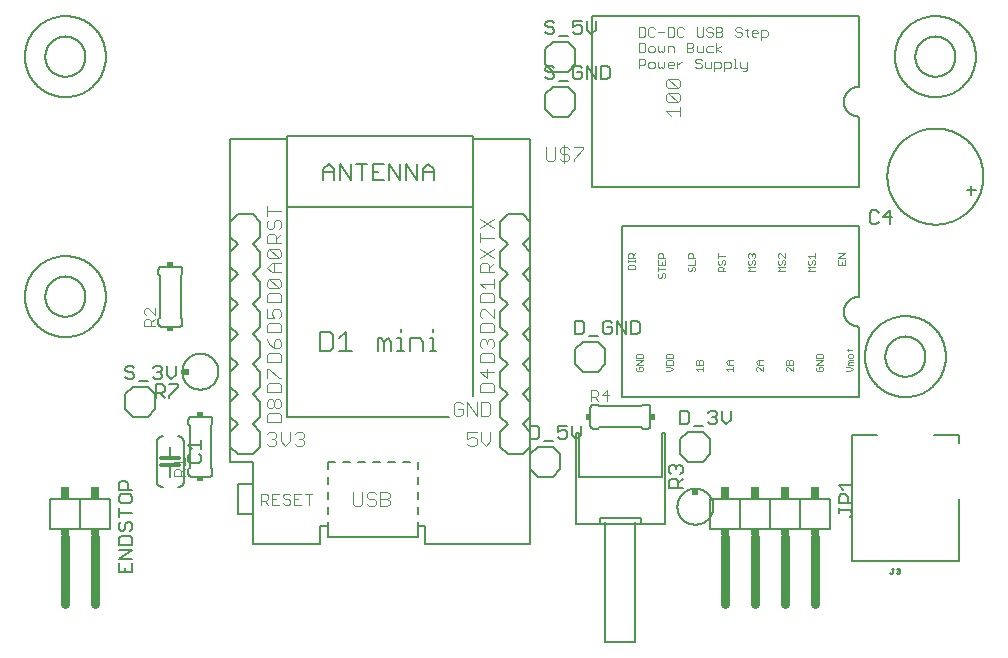
<source format=gbr>
G04 EAGLE Gerber RS-274X export*
G75*
%MOMM*%
%FSLAX34Y34*%
%LPD*%
%AMOC8*
5,1,8,0,0,1.08239X$1,22.5*%
G01*
%ADD10C,0.152400*%
%ADD11C,0.050800*%
%ADD12C,0.762000*%
%ADD13C,0.127000*%
%ADD14R,0.762000X0.508000*%
%ADD15R,0.762000X1.016000*%
%ADD16C,0.203200*%
%ADD17R,0.609600X0.584200*%
%ADD18C,0.101600*%
%ADD19R,0.508000X0.381000*%
%ADD20R,0.381000X0.508000*%
%ADD21C,0.304800*%
%ADD22R,0.584200X0.609600*%
%ADD23C,0.076200*%


D10*
X709930Y203200D02*
X709930Y262890D01*
X709930Y203200D02*
X709621Y203196D01*
X709312Y203185D01*
X709003Y203166D01*
X708695Y203140D01*
X708387Y203106D01*
X708081Y203065D01*
X707775Y203016D01*
X707471Y202960D01*
X707169Y202896D01*
X706868Y202825D01*
X706568Y202747D01*
X706271Y202662D01*
X705976Y202569D01*
X705683Y202469D01*
X705393Y202362D01*
X705106Y202248D01*
X704821Y202127D01*
X704539Y201999D01*
X704261Y201865D01*
X703986Y201723D01*
X703714Y201575D01*
X703447Y201420D01*
X703183Y201259D01*
X702923Y201092D01*
X702667Y200918D01*
X702415Y200738D01*
X702168Y200552D01*
X701926Y200360D01*
X701688Y200162D01*
X701455Y199959D01*
X701227Y199749D01*
X701005Y199535D01*
X700787Y199315D01*
X700575Y199089D01*
X700369Y198859D01*
X700168Y198624D01*
X699973Y198384D01*
X699784Y198139D01*
X699601Y197890D01*
X699424Y197636D01*
X699254Y197378D01*
X699089Y197116D01*
X698931Y196850D01*
X698780Y196580D01*
X698635Y196307D01*
X698497Y196030D01*
X698366Y195750D01*
X698242Y195467D01*
X698124Y195181D01*
X698014Y194892D01*
X697910Y194601D01*
X697814Y194307D01*
X697725Y194011D01*
X697643Y193712D01*
X697568Y193412D01*
X697501Y193110D01*
X697441Y192807D01*
X697389Y192502D01*
X697344Y192196D01*
X697306Y191889D01*
X697276Y191581D01*
X697254Y191273D01*
X697238Y190964D01*
X697231Y190655D01*
X697231Y190345D01*
X697238Y190036D01*
X697254Y189727D01*
X697276Y189419D01*
X697306Y189111D01*
X697344Y188804D01*
X697389Y188498D01*
X697441Y188193D01*
X697501Y187890D01*
X697568Y187588D01*
X697643Y187288D01*
X697725Y186989D01*
X697814Y186693D01*
X697910Y186399D01*
X698014Y186108D01*
X698124Y185819D01*
X698242Y185533D01*
X698366Y185250D01*
X698497Y184970D01*
X698635Y184693D01*
X698780Y184420D01*
X698931Y184150D01*
X699089Y183884D01*
X699254Y183622D01*
X699424Y183364D01*
X699601Y183110D01*
X699784Y182861D01*
X699973Y182616D01*
X700168Y182376D01*
X700369Y182141D01*
X700575Y181911D01*
X700787Y181685D01*
X701005Y181465D01*
X701227Y181251D01*
X701455Y181041D01*
X701688Y180838D01*
X701926Y180640D01*
X702168Y180448D01*
X702415Y180262D01*
X702667Y180082D01*
X702923Y179908D01*
X703183Y179741D01*
X703447Y179580D01*
X703714Y179425D01*
X703986Y179277D01*
X704261Y179135D01*
X704539Y179001D01*
X704821Y178873D01*
X705106Y178752D01*
X705393Y178638D01*
X705683Y178531D01*
X705976Y178431D01*
X706271Y178338D01*
X706568Y178253D01*
X706868Y178175D01*
X707169Y178104D01*
X707471Y178040D01*
X707775Y177984D01*
X708081Y177935D01*
X708387Y177894D01*
X708695Y177860D01*
X709003Y177834D01*
X709312Y177815D01*
X709621Y177804D01*
X709930Y177800D01*
X509270Y118110D02*
X509270Y262890D01*
X709930Y177800D02*
X709930Y118110D01*
X509270Y118110D01*
X509270Y262890D02*
X709930Y262890D01*
D11*
X692399Y234056D02*
X692399Y230328D01*
X697992Y230328D01*
X697992Y234056D01*
X695196Y232192D02*
X695196Y230328D01*
X697992Y235941D02*
X692399Y235941D01*
X697992Y239669D01*
X692399Y239669D01*
X672592Y224715D02*
X666999Y224715D01*
X668864Y226579D01*
X666999Y228443D01*
X672592Y228443D01*
X666999Y233124D02*
X667931Y234056D01*
X666999Y233124D02*
X666999Y231260D01*
X667931Y230328D01*
X668864Y230328D01*
X669796Y231260D01*
X669796Y233124D01*
X670728Y234056D01*
X671660Y234056D01*
X672592Y233124D01*
X672592Y231260D01*
X671660Y230328D01*
X668864Y235941D02*
X666999Y237805D01*
X672592Y237805D01*
X672592Y235941D02*
X672592Y239669D01*
X647192Y224715D02*
X641599Y224715D01*
X643464Y226579D01*
X641599Y228443D01*
X647192Y228443D01*
X641599Y233124D02*
X642531Y234056D01*
X641599Y233124D02*
X641599Y231260D01*
X642531Y230328D01*
X643464Y230328D01*
X644396Y231260D01*
X644396Y233124D01*
X645328Y234056D01*
X646260Y234056D01*
X647192Y233124D01*
X647192Y231260D01*
X646260Y230328D01*
X647192Y235941D02*
X647192Y239669D01*
X647192Y235941D02*
X643464Y239669D01*
X642531Y239669D01*
X641599Y238737D01*
X641599Y236873D01*
X642531Y235941D01*
X621792Y224715D02*
X616199Y224715D01*
X618064Y226579D01*
X616199Y228443D01*
X621792Y228443D01*
X616199Y233124D02*
X617131Y234056D01*
X616199Y233124D02*
X616199Y231260D01*
X617131Y230328D01*
X618064Y230328D01*
X618996Y231260D01*
X618996Y233124D01*
X619928Y234056D01*
X620860Y234056D01*
X621792Y233124D01*
X621792Y231260D01*
X620860Y230328D01*
X617131Y235941D02*
X616199Y236873D01*
X616199Y238737D01*
X617131Y239669D01*
X618064Y239669D01*
X618996Y238737D01*
X618996Y237805D01*
X618996Y238737D02*
X619928Y239669D01*
X620860Y239669D01*
X621792Y238737D01*
X621792Y236873D01*
X620860Y235941D01*
X596392Y224715D02*
X590799Y224715D01*
X590799Y227511D01*
X591731Y228443D01*
X593596Y228443D01*
X594528Y227511D01*
X594528Y224715D01*
X594528Y226579D02*
X596392Y228443D01*
X590799Y233124D02*
X591731Y234056D01*
X590799Y233124D02*
X590799Y231260D01*
X591731Y230328D01*
X592664Y230328D01*
X593596Y231260D01*
X593596Y233124D01*
X594528Y234056D01*
X595460Y234056D01*
X596392Y233124D01*
X596392Y231260D01*
X595460Y230328D01*
X596392Y237805D02*
X590799Y237805D01*
X590799Y235941D02*
X590799Y239669D01*
X540931Y222830D02*
X539999Y221898D01*
X539999Y220034D01*
X540931Y219102D01*
X541864Y219102D01*
X542796Y220034D01*
X542796Y221898D01*
X543728Y222830D01*
X544660Y222830D01*
X545592Y221898D01*
X545592Y220034D01*
X544660Y219102D01*
X545592Y226579D02*
X539999Y226579D01*
X539999Y224715D02*
X539999Y228443D01*
X539999Y230328D02*
X539999Y234056D01*
X539999Y230328D02*
X545592Y230328D01*
X545592Y234056D01*
X542796Y232192D02*
X542796Y230328D01*
X545592Y235941D02*
X539999Y235941D01*
X539999Y238737D01*
X540931Y239669D01*
X542796Y239669D01*
X543728Y238737D01*
X543728Y235941D01*
X520192Y226586D02*
X514599Y226586D01*
X520192Y226586D02*
X520192Y229382D01*
X519260Y230314D01*
X515531Y230314D01*
X514599Y229382D01*
X514599Y226586D01*
X520192Y232199D02*
X520192Y234063D01*
X520192Y233131D02*
X514599Y233131D01*
X514599Y232199D02*
X514599Y234063D01*
X514599Y235941D02*
X520192Y235941D01*
X514599Y235941D02*
X514599Y238737D01*
X515531Y239669D01*
X517396Y239669D01*
X518328Y238737D01*
X518328Y235941D01*
X518328Y237805D02*
X520192Y239669D01*
X699003Y139954D02*
X702732Y139954D01*
X704596Y141818D01*
X702732Y143683D01*
X699003Y143683D01*
X700868Y145567D02*
X704596Y145567D01*
X700868Y145567D02*
X700868Y146499D01*
X701800Y147431D01*
X704596Y147431D01*
X701800Y147431D02*
X700868Y148363D01*
X701800Y149296D01*
X704596Y149296D01*
X704596Y152112D02*
X704596Y153977D01*
X703664Y154909D01*
X701800Y154909D01*
X700868Y153977D01*
X700868Y152112D01*
X701800Y151180D01*
X703664Y151180D01*
X704596Y152112D01*
X703664Y157725D02*
X699935Y157725D01*
X703664Y157725D02*
X704596Y158658D01*
X700868Y158658D02*
X700868Y156793D01*
X674535Y143683D02*
X673603Y142750D01*
X673603Y140886D01*
X674535Y139954D01*
X678264Y139954D01*
X679196Y140886D01*
X679196Y142750D01*
X678264Y143683D01*
X676400Y143683D01*
X676400Y141818D01*
X679196Y145567D02*
X673603Y145567D01*
X679196Y149296D01*
X673603Y149296D01*
X673603Y151180D02*
X679196Y151180D01*
X679196Y153977D01*
X678264Y154909D01*
X674535Y154909D01*
X673603Y153977D01*
X673603Y151180D01*
X653796Y143683D02*
X653796Y139954D01*
X650068Y143683D01*
X649135Y143683D01*
X648203Y142750D01*
X648203Y140886D01*
X649135Y139954D01*
X648203Y145567D02*
X653796Y145567D01*
X648203Y145567D02*
X648203Y148363D01*
X649135Y149296D01*
X650068Y149296D01*
X651000Y148363D01*
X651932Y149296D01*
X652864Y149296D01*
X653796Y148363D01*
X653796Y145567D01*
X651000Y145567D02*
X651000Y148363D01*
X628396Y143683D02*
X628396Y139954D01*
X624668Y143683D01*
X623735Y143683D01*
X622803Y142750D01*
X622803Y140886D01*
X623735Y139954D01*
X624668Y145567D02*
X628396Y145567D01*
X624668Y145567D02*
X622803Y147431D01*
X624668Y149296D01*
X628396Y149296D01*
X625600Y149296D02*
X625600Y145567D01*
X599268Y139954D02*
X597403Y141818D01*
X602996Y141818D01*
X602996Y139954D02*
X602996Y143683D01*
X602996Y145567D02*
X599268Y145567D01*
X597403Y147431D01*
X599268Y149296D01*
X602996Y149296D01*
X600200Y149296D02*
X600200Y145567D01*
X573868Y139954D02*
X572003Y141818D01*
X577596Y141818D01*
X577596Y139954D02*
X577596Y143683D01*
X577596Y145567D02*
X572003Y145567D01*
X572003Y148363D01*
X572935Y149296D01*
X573868Y149296D01*
X574800Y148363D01*
X575732Y149296D01*
X576664Y149296D01*
X577596Y148363D01*
X577596Y145567D01*
X574800Y145567D02*
X574800Y148363D01*
X550332Y139954D02*
X546603Y139954D01*
X550332Y139954D02*
X552196Y141818D01*
X550332Y143683D01*
X546603Y143683D01*
X546603Y145567D02*
X552196Y145567D01*
X552196Y148363D01*
X551264Y149296D01*
X547535Y149296D01*
X546603Y148363D01*
X546603Y145567D01*
X546603Y151180D02*
X552196Y151180D01*
X552196Y153977D01*
X551264Y154909D01*
X547535Y154909D01*
X546603Y153977D01*
X546603Y151180D01*
X522135Y143683D02*
X521203Y142750D01*
X521203Y140886D01*
X522135Y139954D01*
X525864Y139954D01*
X526796Y140886D01*
X526796Y142750D01*
X525864Y143683D01*
X524000Y143683D01*
X524000Y141818D01*
X526796Y145567D02*
X521203Y145567D01*
X526796Y149296D01*
X521203Y149296D01*
X521203Y151180D02*
X526796Y151180D01*
X526796Y153977D01*
X525864Y154909D01*
X522135Y154909D01*
X521203Y153977D01*
X521203Y151180D01*
X565399Y227511D02*
X566331Y228443D01*
X565399Y227511D02*
X565399Y225647D01*
X566331Y224715D01*
X567264Y224715D01*
X568196Y225647D01*
X568196Y227511D01*
X569128Y228443D01*
X570060Y228443D01*
X570992Y227511D01*
X570992Y225647D01*
X570060Y224715D01*
X570992Y230328D02*
X565399Y230328D01*
X570992Y230328D02*
X570992Y234056D01*
X570992Y235941D02*
X565399Y235941D01*
X565399Y238737D01*
X566331Y239669D01*
X568196Y239669D01*
X569128Y238737D01*
X569128Y235941D01*
D10*
X660400Y31750D02*
X685800Y31750D01*
X660400Y31750D02*
X660400Y6350D01*
X685800Y6350D01*
X685800Y31750D01*
D12*
X673100Y0D02*
X673100Y-57150D01*
D10*
X660400Y31750D02*
X635000Y31750D01*
X635000Y6350D01*
X660400Y6350D01*
D12*
X647700Y0D02*
X647700Y-57150D01*
D10*
X635000Y31750D02*
X609600Y31750D01*
X609600Y6350D01*
X635000Y6350D01*
D12*
X622300Y0D02*
X622300Y-57150D01*
D10*
X609600Y31750D02*
X584200Y31750D01*
X584200Y6350D01*
X609600Y6350D01*
D12*
X596900Y0D02*
X596900Y-57150D01*
D13*
X702308Y16353D02*
X704215Y18260D01*
X704215Y20166D01*
X702308Y22073D01*
X692775Y22073D01*
X692775Y20166D02*
X692775Y23980D01*
X692775Y28047D02*
X704215Y28047D01*
X692775Y28047D02*
X692775Y33767D01*
X694682Y35674D01*
X698495Y35674D01*
X700402Y33767D01*
X700402Y28047D01*
X696589Y39741D02*
X692775Y43554D01*
X704215Y43554D01*
X704215Y39741D02*
X704215Y47367D01*
D14*
X673100Y3810D03*
X647700Y3810D03*
X622300Y3810D03*
X596900Y3810D03*
D15*
X673100Y36830D03*
X647700Y36830D03*
X622300Y36830D03*
X596900Y36830D03*
D10*
X76200Y31750D02*
X50800Y31750D01*
X50800Y6350D01*
X76200Y6350D01*
X76200Y31750D01*
D12*
X63500Y0D02*
X63500Y-57150D01*
D10*
X50800Y31750D02*
X25400Y31750D01*
X25400Y6350D01*
X50800Y6350D01*
D12*
X38100Y0D02*
X38100Y-57150D01*
D13*
X83175Y-30423D02*
X83175Y-22796D01*
X83175Y-30423D02*
X94615Y-30423D01*
X94615Y-22796D01*
X88895Y-26610D02*
X88895Y-30423D01*
X94615Y-18729D02*
X83175Y-18729D01*
X94615Y-11102D01*
X83175Y-11102D01*
X83175Y-7035D02*
X94615Y-7035D01*
X94615Y-1315D01*
X92708Y592D01*
X85082Y592D01*
X83175Y-1315D01*
X83175Y-7035D01*
X83175Y10379D02*
X85082Y12285D01*
X83175Y10379D02*
X83175Y6566D01*
X85082Y4659D01*
X86989Y4659D01*
X88895Y6566D01*
X88895Y10379D01*
X90802Y12285D01*
X92708Y12285D01*
X94615Y10379D01*
X94615Y6566D01*
X92708Y4659D01*
X94615Y20166D02*
X83175Y20166D01*
X83175Y16353D02*
X83175Y23979D01*
X83175Y29954D02*
X83175Y33767D01*
X83175Y29954D02*
X85082Y28047D01*
X92708Y28047D01*
X94615Y29954D01*
X94615Y33767D01*
X92708Y35673D01*
X85082Y35673D01*
X83175Y33767D01*
X83175Y39741D02*
X94615Y39741D01*
X83175Y39741D02*
X83175Y45461D01*
X85082Y47367D01*
X88895Y47367D01*
X90802Y45461D01*
X90802Y39741D01*
D14*
X63500Y3810D03*
X38100Y3810D03*
D15*
X63500Y36830D03*
X38100Y36830D03*
D10*
X801370Y293370D02*
X808990Y293370D01*
X805180Y297180D02*
X805180Y289560D01*
X734060Y304800D02*
X734072Y305797D01*
X734109Y306794D01*
X734170Y307790D01*
X734256Y308783D01*
X734366Y309775D01*
X734500Y310763D01*
X734658Y311748D01*
X734841Y312728D01*
X735047Y313704D01*
X735278Y314675D01*
X735532Y315639D01*
X735810Y316597D01*
X736111Y317548D01*
X736436Y318491D01*
X736783Y319426D01*
X737154Y320352D01*
X737547Y321269D01*
X737962Y322176D01*
X738399Y323072D01*
X738859Y323958D01*
X739340Y324831D01*
X739842Y325693D01*
X740365Y326542D01*
X740909Y327378D01*
X741473Y328201D01*
X742058Y329009D01*
X742662Y329803D01*
X743285Y330582D01*
X743927Y331345D01*
X744588Y332092D01*
X745267Y332823D01*
X745963Y333537D01*
X746677Y334233D01*
X747408Y334912D01*
X748155Y335573D01*
X748918Y336215D01*
X749697Y336838D01*
X750491Y337442D01*
X751299Y338027D01*
X752122Y338591D01*
X752958Y339135D01*
X753807Y339658D01*
X754669Y340160D01*
X755542Y340641D01*
X756428Y341101D01*
X757324Y341538D01*
X758231Y341953D01*
X759148Y342346D01*
X760074Y342717D01*
X761009Y343064D01*
X761952Y343389D01*
X762903Y343690D01*
X763861Y343968D01*
X764825Y344222D01*
X765796Y344453D01*
X766772Y344659D01*
X767752Y344842D01*
X768737Y345000D01*
X769725Y345134D01*
X770717Y345244D01*
X771710Y345330D01*
X772706Y345391D01*
X773703Y345428D01*
X774700Y345440D01*
X775697Y345428D01*
X776694Y345391D01*
X777690Y345330D01*
X778683Y345244D01*
X779675Y345134D01*
X780663Y345000D01*
X781648Y344842D01*
X782628Y344659D01*
X783604Y344453D01*
X784575Y344222D01*
X785539Y343968D01*
X786497Y343690D01*
X787448Y343389D01*
X788391Y343064D01*
X789326Y342717D01*
X790252Y342346D01*
X791169Y341953D01*
X792076Y341538D01*
X792972Y341101D01*
X793858Y340641D01*
X794731Y340160D01*
X795593Y339658D01*
X796442Y339135D01*
X797278Y338591D01*
X798101Y338027D01*
X798909Y337442D01*
X799703Y336838D01*
X800482Y336215D01*
X801245Y335573D01*
X801992Y334912D01*
X802723Y334233D01*
X803437Y333537D01*
X804133Y332823D01*
X804812Y332092D01*
X805473Y331345D01*
X806115Y330582D01*
X806738Y329803D01*
X807342Y329009D01*
X807927Y328201D01*
X808491Y327378D01*
X809035Y326542D01*
X809558Y325693D01*
X810060Y324831D01*
X810541Y323958D01*
X811001Y323072D01*
X811438Y322176D01*
X811853Y321269D01*
X812246Y320352D01*
X812617Y319426D01*
X812964Y318491D01*
X813289Y317548D01*
X813590Y316597D01*
X813868Y315639D01*
X814122Y314675D01*
X814353Y313704D01*
X814559Y312728D01*
X814742Y311748D01*
X814900Y310763D01*
X815034Y309775D01*
X815144Y308783D01*
X815230Y307790D01*
X815291Y306794D01*
X815328Y305797D01*
X815340Y304800D01*
X815328Y303803D01*
X815291Y302806D01*
X815230Y301810D01*
X815144Y300817D01*
X815034Y299825D01*
X814900Y298837D01*
X814742Y297852D01*
X814559Y296872D01*
X814353Y295896D01*
X814122Y294925D01*
X813868Y293961D01*
X813590Y293003D01*
X813289Y292052D01*
X812964Y291109D01*
X812617Y290174D01*
X812246Y289248D01*
X811853Y288331D01*
X811438Y287424D01*
X811001Y286528D01*
X810541Y285642D01*
X810060Y284769D01*
X809558Y283907D01*
X809035Y283058D01*
X808491Y282222D01*
X807927Y281399D01*
X807342Y280591D01*
X806738Y279797D01*
X806115Y279018D01*
X805473Y278255D01*
X804812Y277508D01*
X804133Y276777D01*
X803437Y276063D01*
X802723Y275367D01*
X801992Y274688D01*
X801245Y274027D01*
X800482Y273385D01*
X799703Y272762D01*
X798909Y272158D01*
X798101Y271573D01*
X797278Y271009D01*
X796442Y270465D01*
X795593Y269942D01*
X794731Y269440D01*
X793858Y268959D01*
X792972Y268499D01*
X792076Y268062D01*
X791169Y267647D01*
X790252Y267254D01*
X789326Y266883D01*
X788391Y266536D01*
X787448Y266211D01*
X786497Y265910D01*
X785539Y265632D01*
X784575Y265378D01*
X783604Y265147D01*
X782628Y264941D01*
X781648Y264758D01*
X780663Y264600D01*
X779675Y264466D01*
X778683Y264356D01*
X777690Y264270D01*
X776694Y264209D01*
X775697Y264172D01*
X774700Y264160D01*
X773703Y264172D01*
X772706Y264209D01*
X771710Y264270D01*
X770717Y264356D01*
X769725Y264466D01*
X768737Y264600D01*
X767752Y264758D01*
X766772Y264941D01*
X765796Y265147D01*
X764825Y265378D01*
X763861Y265632D01*
X762903Y265910D01*
X761952Y266211D01*
X761009Y266536D01*
X760074Y266883D01*
X759148Y267254D01*
X758231Y267647D01*
X757324Y268062D01*
X756428Y268499D01*
X755542Y268959D01*
X754669Y269440D01*
X753807Y269942D01*
X752958Y270465D01*
X752122Y271009D01*
X751299Y271573D01*
X750491Y272158D01*
X749697Y272762D01*
X748918Y273385D01*
X748155Y274027D01*
X747408Y274688D01*
X746677Y275367D01*
X745963Y276063D01*
X745267Y276777D01*
X744588Y277508D01*
X743927Y278255D01*
X743285Y279018D01*
X742662Y279797D01*
X742058Y280591D01*
X741473Y281399D01*
X740909Y282222D01*
X740365Y283058D01*
X739842Y283907D01*
X739340Y284769D01*
X738859Y285642D01*
X738399Y286528D01*
X737962Y287424D01*
X737547Y288331D01*
X737154Y289248D01*
X736783Y290174D01*
X736436Y291109D01*
X736111Y292052D01*
X735810Y293003D01*
X735532Y293961D01*
X735278Y294925D01*
X735047Y295896D01*
X734841Y296872D01*
X734658Y297852D01*
X734500Y298837D01*
X734366Y299825D01*
X734256Y300817D01*
X734170Y301810D01*
X734109Y302806D01*
X734072Y303803D01*
X734060Y304800D01*
D13*
X724647Y276235D02*
X726554Y274328D01*
X724647Y276235D02*
X720834Y276235D01*
X718927Y274328D01*
X718927Y266702D01*
X720834Y264795D01*
X724647Y264795D01*
X726554Y266702D01*
X736341Y264795D02*
X736341Y276235D01*
X730621Y270515D01*
X738248Y270515D01*
D16*
X773300Y86200D02*
X794300Y86200D01*
X794300Y32200D02*
X794300Y-20800D01*
X794300Y79200D02*
X794300Y86200D01*
X704300Y86200D02*
X704300Y-20800D01*
X704300Y86200D02*
X725300Y86200D01*
X704300Y-20800D02*
X794300Y-20800D01*
D13*
X737024Y-31877D02*
X736219Y-31072D01*
X737024Y-31877D02*
X737829Y-31877D01*
X738634Y-31072D01*
X738634Y-27047D01*
X737829Y-27047D02*
X739439Y-27047D01*
X741832Y-27852D02*
X742637Y-27047D01*
X744247Y-27047D01*
X745052Y-27852D01*
X745052Y-28657D01*
X744247Y-29462D01*
X743442Y-29462D01*
X744247Y-29462D02*
X745052Y-30267D01*
X745052Y-31072D01*
X744247Y-31877D01*
X742637Y-31877D01*
X741832Y-31072D01*
D10*
X556260Y25400D02*
X556265Y25774D01*
X556278Y26148D01*
X556301Y26521D01*
X556333Y26894D01*
X556375Y27266D01*
X556425Y27636D01*
X556484Y28005D01*
X556553Y28373D01*
X556630Y28739D01*
X556717Y29103D01*
X556812Y29465D01*
X556916Y29824D01*
X557029Y30181D01*
X557151Y30534D01*
X557281Y30885D01*
X557420Y31232D01*
X557567Y31576D01*
X557723Y31916D01*
X557887Y32252D01*
X558060Y32584D01*
X558240Y32912D01*
X558428Y33235D01*
X558624Y33553D01*
X558828Y33867D01*
X559040Y34175D01*
X559259Y34478D01*
X559486Y34776D01*
X559719Y35068D01*
X559960Y35354D01*
X560208Y35635D01*
X560462Y35909D01*
X560724Y36176D01*
X560991Y36438D01*
X561265Y36692D01*
X561546Y36940D01*
X561832Y37181D01*
X562124Y37414D01*
X562422Y37641D01*
X562725Y37860D01*
X563033Y38072D01*
X563347Y38276D01*
X563665Y38472D01*
X563988Y38660D01*
X564316Y38840D01*
X564648Y39013D01*
X564984Y39177D01*
X565324Y39333D01*
X565668Y39480D01*
X566015Y39619D01*
X566366Y39749D01*
X566719Y39871D01*
X567076Y39984D01*
X567435Y40088D01*
X567797Y40183D01*
X568161Y40270D01*
X568527Y40347D01*
X568895Y40416D01*
X569264Y40475D01*
X569634Y40525D01*
X570006Y40567D01*
X570379Y40599D01*
X570752Y40622D01*
X571126Y40635D01*
X571500Y40640D01*
X571874Y40635D01*
X572248Y40622D01*
X572621Y40599D01*
X572994Y40567D01*
X573366Y40525D01*
X573736Y40475D01*
X574105Y40416D01*
X574473Y40347D01*
X574839Y40270D01*
X575203Y40183D01*
X575565Y40088D01*
X575924Y39984D01*
X576281Y39871D01*
X576634Y39749D01*
X576985Y39619D01*
X577332Y39480D01*
X577676Y39333D01*
X578016Y39177D01*
X578352Y39013D01*
X578684Y38840D01*
X579012Y38660D01*
X579335Y38472D01*
X579653Y38276D01*
X579967Y38072D01*
X580275Y37860D01*
X580578Y37641D01*
X580876Y37414D01*
X581168Y37181D01*
X581454Y36940D01*
X581735Y36692D01*
X582009Y36438D01*
X582276Y36176D01*
X582538Y35909D01*
X582792Y35635D01*
X583040Y35354D01*
X583281Y35068D01*
X583514Y34776D01*
X583741Y34478D01*
X583960Y34175D01*
X584172Y33867D01*
X584376Y33553D01*
X584572Y33235D01*
X584760Y32912D01*
X584940Y32584D01*
X585113Y32252D01*
X585277Y31916D01*
X585433Y31576D01*
X585580Y31232D01*
X585719Y30885D01*
X585849Y30534D01*
X585971Y30181D01*
X586084Y29824D01*
X586188Y29465D01*
X586283Y29103D01*
X586370Y28739D01*
X586447Y28373D01*
X586516Y28005D01*
X586575Y27636D01*
X586625Y27266D01*
X586667Y26894D01*
X586699Y26521D01*
X586722Y26148D01*
X586735Y25774D01*
X586740Y25400D01*
X586735Y25026D01*
X586722Y24652D01*
X586699Y24279D01*
X586667Y23906D01*
X586625Y23534D01*
X586575Y23164D01*
X586516Y22795D01*
X586447Y22427D01*
X586370Y22061D01*
X586283Y21697D01*
X586188Y21335D01*
X586084Y20976D01*
X585971Y20619D01*
X585849Y20266D01*
X585719Y19915D01*
X585580Y19568D01*
X585433Y19224D01*
X585277Y18884D01*
X585113Y18548D01*
X584940Y18216D01*
X584760Y17888D01*
X584572Y17565D01*
X584376Y17247D01*
X584172Y16933D01*
X583960Y16625D01*
X583741Y16322D01*
X583514Y16024D01*
X583281Y15732D01*
X583040Y15446D01*
X582792Y15165D01*
X582538Y14891D01*
X582276Y14624D01*
X582009Y14362D01*
X581735Y14108D01*
X581454Y13860D01*
X581168Y13619D01*
X580876Y13386D01*
X580578Y13159D01*
X580275Y12940D01*
X579967Y12728D01*
X579653Y12524D01*
X579335Y12328D01*
X579012Y12140D01*
X578684Y11960D01*
X578352Y11787D01*
X578016Y11623D01*
X577676Y11467D01*
X577332Y11320D01*
X576985Y11181D01*
X576634Y11051D01*
X576281Y10929D01*
X575924Y10816D01*
X575565Y10712D01*
X575203Y10617D01*
X574839Y10530D01*
X574473Y10453D01*
X574105Y10384D01*
X573736Y10325D01*
X573366Y10275D01*
X572994Y10233D01*
X572621Y10201D01*
X572248Y10178D01*
X571874Y10165D01*
X571500Y10160D01*
X571126Y10165D01*
X570752Y10178D01*
X570379Y10201D01*
X570006Y10233D01*
X569634Y10275D01*
X569264Y10325D01*
X568895Y10384D01*
X568527Y10453D01*
X568161Y10530D01*
X567797Y10617D01*
X567435Y10712D01*
X567076Y10816D01*
X566719Y10929D01*
X566366Y11051D01*
X566015Y11181D01*
X565668Y11320D01*
X565324Y11467D01*
X564984Y11623D01*
X564648Y11787D01*
X564316Y11960D01*
X563988Y12140D01*
X563665Y12328D01*
X563347Y12524D01*
X563033Y12728D01*
X562725Y12940D01*
X562422Y13159D01*
X562124Y13386D01*
X561832Y13619D01*
X561546Y13860D01*
X561265Y14108D01*
X560991Y14362D01*
X560724Y14624D01*
X560462Y14891D01*
X560208Y15165D01*
X559960Y15446D01*
X559719Y15732D01*
X559486Y16024D01*
X559259Y16322D01*
X559040Y16625D01*
X558828Y16933D01*
X558624Y17247D01*
X558428Y17565D01*
X558240Y17888D01*
X558060Y18216D01*
X557887Y18548D01*
X557723Y18884D01*
X557567Y19224D01*
X557420Y19568D01*
X557281Y19915D01*
X557151Y20266D01*
X557029Y20619D01*
X556916Y20976D01*
X556812Y21335D01*
X556717Y21697D01*
X556630Y22061D01*
X556553Y22427D01*
X556484Y22795D01*
X556425Y23164D01*
X556375Y23534D01*
X556333Y23906D01*
X556301Y24279D01*
X556278Y24652D01*
X556265Y25026D01*
X556260Y25400D01*
D13*
X560705Y41275D02*
X549265Y41275D01*
X549265Y46995D01*
X551172Y48902D01*
X554985Y48902D01*
X556892Y46995D01*
X556892Y41275D01*
X556892Y45088D02*
X560705Y48902D01*
X551172Y52969D02*
X549265Y54876D01*
X549265Y58689D01*
X551172Y60595D01*
X553079Y60595D01*
X554985Y58689D01*
X554985Y56782D01*
X554985Y58689D02*
X556892Y60595D01*
X558798Y60595D01*
X560705Y58689D01*
X560705Y54876D01*
X558798Y52969D01*
D17*
X571500Y37719D03*
D10*
X450850Y76200D02*
X438150Y76200D01*
X450850Y76200D02*
X457200Y69850D01*
X457200Y57150D01*
X450850Y50800D01*
X431800Y57150D02*
X431800Y69850D01*
X438150Y76200D01*
X431800Y57150D02*
X438150Y50800D01*
X450850Y50800D01*
D13*
X431673Y82423D02*
X431673Y93863D01*
X431673Y82423D02*
X437393Y82423D01*
X439300Y84330D01*
X439300Y91956D01*
X437393Y93863D01*
X431673Y93863D01*
X443367Y80516D02*
X450993Y80516D01*
X455061Y93863D02*
X462687Y93863D01*
X455061Y93863D02*
X455061Y88143D01*
X458874Y90050D01*
X460781Y90050D01*
X462687Y88143D01*
X462687Y84330D01*
X460781Y82423D01*
X456968Y82423D01*
X455061Y84330D01*
X466755Y86236D02*
X466755Y93863D01*
X466755Y86236D02*
X470568Y82423D01*
X474381Y86236D01*
X474381Y93863D01*
D10*
X463550Y419100D02*
X450850Y419100D01*
X463550Y419100D02*
X469900Y412750D01*
X469900Y400050D01*
X463550Y393700D01*
X444500Y400050D02*
X444500Y412750D01*
X450850Y419100D01*
X444500Y400050D02*
X450850Y393700D01*
X463550Y393700D01*
D13*
X452000Y434856D02*
X450093Y436763D01*
X446280Y436763D01*
X444373Y434856D01*
X444373Y432950D01*
X446280Y431043D01*
X450093Y431043D01*
X452000Y429136D01*
X452000Y427230D01*
X450093Y425323D01*
X446280Y425323D01*
X444373Y427230D01*
X456067Y423416D02*
X463693Y423416D01*
X467761Y436763D02*
X475387Y436763D01*
X467761Y436763D02*
X467761Y431043D01*
X471574Y432950D01*
X473481Y432950D01*
X475387Y431043D01*
X475387Y427230D01*
X473481Y425323D01*
X469668Y425323D01*
X467761Y427230D01*
X479455Y429136D02*
X479455Y436763D01*
X479455Y429136D02*
X483268Y425323D01*
X487081Y429136D01*
X487081Y436763D01*
D10*
X565150Y88900D02*
X577850Y88900D01*
X584200Y82550D01*
X584200Y69850D01*
X577850Y63500D01*
X558800Y69850D02*
X558800Y82550D01*
X565150Y88900D01*
X558800Y69850D02*
X565150Y63500D01*
X577850Y63500D01*
D13*
X558673Y95123D02*
X558673Y106563D01*
X558673Y95123D02*
X564393Y95123D01*
X566300Y97030D01*
X566300Y104656D01*
X564393Y106563D01*
X558673Y106563D01*
X570367Y93216D02*
X577993Y93216D01*
X582061Y104656D02*
X583968Y106563D01*
X587781Y106563D01*
X589687Y104656D01*
X589687Y102750D01*
X587781Y100843D01*
X585874Y100843D01*
X587781Y100843D02*
X589687Y98936D01*
X589687Y97030D01*
X587781Y95123D01*
X583968Y95123D01*
X582061Y97030D01*
X593755Y98936D02*
X593755Y106563D01*
X593755Y98936D02*
X597568Y95123D01*
X601381Y98936D01*
X601381Y106563D01*
D10*
X144780Y50800D02*
X144680Y50802D01*
X144581Y50808D01*
X144481Y50818D01*
X144383Y50831D01*
X144284Y50849D01*
X144187Y50870D01*
X144091Y50895D01*
X143995Y50924D01*
X143901Y50957D01*
X143808Y50993D01*
X143717Y51033D01*
X143627Y51077D01*
X143539Y51124D01*
X143453Y51174D01*
X143369Y51228D01*
X143287Y51285D01*
X143208Y51345D01*
X143130Y51409D01*
X143056Y51475D01*
X142984Y51544D01*
X142915Y51616D01*
X142849Y51690D01*
X142785Y51768D01*
X142725Y51847D01*
X142668Y51929D01*
X142614Y52013D01*
X142564Y52099D01*
X142517Y52187D01*
X142473Y52277D01*
X142433Y52368D01*
X142397Y52461D01*
X142364Y52555D01*
X142335Y52651D01*
X142310Y52747D01*
X142289Y52844D01*
X142271Y52943D01*
X142258Y53041D01*
X142248Y53141D01*
X142242Y53240D01*
X142240Y53340D01*
X160020Y50800D02*
X160120Y50802D01*
X160219Y50808D01*
X160319Y50818D01*
X160417Y50831D01*
X160516Y50849D01*
X160613Y50870D01*
X160709Y50895D01*
X160805Y50924D01*
X160899Y50957D01*
X160992Y50993D01*
X161083Y51033D01*
X161173Y51077D01*
X161261Y51124D01*
X161347Y51174D01*
X161431Y51228D01*
X161513Y51285D01*
X161592Y51345D01*
X161670Y51409D01*
X161744Y51475D01*
X161816Y51544D01*
X161885Y51616D01*
X161951Y51690D01*
X162015Y51768D01*
X162075Y51847D01*
X162132Y51929D01*
X162186Y52013D01*
X162236Y52099D01*
X162283Y52187D01*
X162327Y52277D01*
X162367Y52368D01*
X162403Y52461D01*
X162436Y52555D01*
X162465Y52651D01*
X162490Y52747D01*
X162511Y52844D01*
X162529Y52943D01*
X162542Y53041D01*
X162552Y53141D01*
X162558Y53240D01*
X162560Y53340D01*
X162560Y99060D02*
X162558Y99160D01*
X162552Y99259D01*
X162542Y99359D01*
X162529Y99457D01*
X162511Y99556D01*
X162490Y99653D01*
X162465Y99749D01*
X162436Y99845D01*
X162403Y99939D01*
X162367Y100032D01*
X162327Y100123D01*
X162283Y100213D01*
X162236Y100301D01*
X162186Y100387D01*
X162132Y100471D01*
X162075Y100553D01*
X162015Y100632D01*
X161951Y100710D01*
X161885Y100784D01*
X161816Y100856D01*
X161744Y100925D01*
X161670Y100991D01*
X161592Y101055D01*
X161513Y101115D01*
X161431Y101172D01*
X161347Y101226D01*
X161261Y101276D01*
X161173Y101323D01*
X161083Y101367D01*
X160992Y101407D01*
X160899Y101443D01*
X160805Y101476D01*
X160709Y101505D01*
X160613Y101530D01*
X160516Y101551D01*
X160417Y101569D01*
X160319Y101582D01*
X160219Y101592D01*
X160120Y101598D01*
X160020Y101600D01*
X144780Y101600D02*
X144680Y101598D01*
X144581Y101592D01*
X144481Y101582D01*
X144383Y101569D01*
X144284Y101551D01*
X144187Y101530D01*
X144091Y101505D01*
X143995Y101476D01*
X143901Y101443D01*
X143808Y101407D01*
X143717Y101367D01*
X143627Y101323D01*
X143539Y101276D01*
X143453Y101226D01*
X143369Y101172D01*
X143287Y101115D01*
X143208Y101055D01*
X143130Y100991D01*
X143056Y100925D01*
X142984Y100856D01*
X142915Y100784D01*
X142849Y100710D01*
X142785Y100632D01*
X142725Y100553D01*
X142668Y100471D01*
X142614Y100387D01*
X142564Y100301D01*
X142517Y100213D01*
X142473Y100123D01*
X142433Y100032D01*
X142397Y99939D01*
X142364Y99845D01*
X142335Y99749D01*
X142310Y99653D01*
X142289Y99556D01*
X142271Y99457D01*
X142258Y99359D01*
X142248Y99259D01*
X142242Y99160D01*
X142240Y99060D01*
X144780Y50800D02*
X160020Y50800D01*
X142240Y53340D02*
X142240Y57150D01*
X143510Y58420D01*
X162560Y57150D02*
X162560Y53340D01*
X162560Y57150D02*
X161290Y58420D01*
X143510Y93980D02*
X142240Y95250D01*
X143510Y93980D02*
X143510Y58420D01*
X161290Y93980D02*
X162560Y95250D01*
X161290Y93980D02*
X161290Y58420D01*
X142240Y95250D02*
X142240Y99060D01*
X162560Y99060D02*
X162560Y95250D01*
X160020Y101600D02*
X144780Y101600D01*
D18*
X138938Y51308D02*
X130040Y51308D01*
X130040Y55757D01*
X131523Y57240D01*
X134489Y57240D01*
X135972Y55757D01*
X135972Y51308D01*
X135972Y54274D02*
X138938Y57240D01*
X133006Y60429D02*
X130040Y63395D01*
X138938Y63395D01*
X138938Y60429D02*
X138938Y66361D01*
D19*
X152400Y103505D03*
X152400Y48895D03*
D10*
X119380Y177800D02*
X119280Y177802D01*
X119181Y177808D01*
X119081Y177818D01*
X118983Y177831D01*
X118884Y177849D01*
X118787Y177870D01*
X118691Y177895D01*
X118595Y177924D01*
X118501Y177957D01*
X118408Y177993D01*
X118317Y178033D01*
X118227Y178077D01*
X118139Y178124D01*
X118053Y178174D01*
X117969Y178228D01*
X117887Y178285D01*
X117808Y178345D01*
X117730Y178409D01*
X117656Y178475D01*
X117584Y178544D01*
X117515Y178616D01*
X117449Y178690D01*
X117385Y178768D01*
X117325Y178847D01*
X117268Y178929D01*
X117214Y179013D01*
X117164Y179099D01*
X117117Y179187D01*
X117073Y179277D01*
X117033Y179368D01*
X116997Y179461D01*
X116964Y179555D01*
X116935Y179651D01*
X116910Y179747D01*
X116889Y179844D01*
X116871Y179943D01*
X116858Y180041D01*
X116848Y180141D01*
X116842Y180240D01*
X116840Y180340D01*
X134620Y177800D02*
X134720Y177802D01*
X134819Y177808D01*
X134919Y177818D01*
X135017Y177831D01*
X135116Y177849D01*
X135213Y177870D01*
X135309Y177895D01*
X135405Y177924D01*
X135499Y177957D01*
X135592Y177993D01*
X135683Y178033D01*
X135773Y178077D01*
X135861Y178124D01*
X135947Y178174D01*
X136031Y178228D01*
X136113Y178285D01*
X136192Y178345D01*
X136270Y178409D01*
X136344Y178475D01*
X136416Y178544D01*
X136485Y178616D01*
X136551Y178690D01*
X136615Y178768D01*
X136675Y178847D01*
X136732Y178929D01*
X136786Y179013D01*
X136836Y179099D01*
X136883Y179187D01*
X136927Y179277D01*
X136967Y179368D01*
X137003Y179461D01*
X137036Y179555D01*
X137065Y179651D01*
X137090Y179747D01*
X137111Y179844D01*
X137129Y179943D01*
X137142Y180041D01*
X137152Y180141D01*
X137158Y180240D01*
X137160Y180340D01*
X137160Y226060D02*
X137158Y226160D01*
X137152Y226259D01*
X137142Y226359D01*
X137129Y226457D01*
X137111Y226556D01*
X137090Y226653D01*
X137065Y226749D01*
X137036Y226845D01*
X137003Y226939D01*
X136967Y227032D01*
X136927Y227123D01*
X136883Y227213D01*
X136836Y227301D01*
X136786Y227387D01*
X136732Y227471D01*
X136675Y227553D01*
X136615Y227632D01*
X136551Y227710D01*
X136485Y227784D01*
X136416Y227856D01*
X136344Y227925D01*
X136270Y227991D01*
X136192Y228055D01*
X136113Y228115D01*
X136031Y228172D01*
X135947Y228226D01*
X135861Y228276D01*
X135773Y228323D01*
X135683Y228367D01*
X135592Y228407D01*
X135499Y228443D01*
X135405Y228476D01*
X135309Y228505D01*
X135213Y228530D01*
X135116Y228551D01*
X135017Y228569D01*
X134919Y228582D01*
X134819Y228592D01*
X134720Y228598D01*
X134620Y228600D01*
X119380Y228600D02*
X119280Y228598D01*
X119181Y228592D01*
X119081Y228582D01*
X118983Y228569D01*
X118884Y228551D01*
X118787Y228530D01*
X118691Y228505D01*
X118595Y228476D01*
X118501Y228443D01*
X118408Y228407D01*
X118317Y228367D01*
X118227Y228323D01*
X118139Y228276D01*
X118053Y228226D01*
X117969Y228172D01*
X117887Y228115D01*
X117808Y228055D01*
X117730Y227991D01*
X117656Y227925D01*
X117584Y227856D01*
X117515Y227784D01*
X117449Y227710D01*
X117385Y227632D01*
X117325Y227553D01*
X117268Y227471D01*
X117214Y227387D01*
X117164Y227301D01*
X117117Y227213D01*
X117073Y227123D01*
X117033Y227032D01*
X116997Y226939D01*
X116964Y226845D01*
X116935Y226749D01*
X116910Y226653D01*
X116889Y226556D01*
X116871Y226457D01*
X116858Y226359D01*
X116848Y226259D01*
X116842Y226160D01*
X116840Y226060D01*
X119380Y177800D02*
X134620Y177800D01*
X116840Y180340D02*
X116840Y184150D01*
X118110Y185420D01*
X137160Y184150D02*
X137160Y180340D01*
X137160Y184150D02*
X135890Y185420D01*
X118110Y220980D02*
X116840Y222250D01*
X118110Y220980D02*
X118110Y185420D01*
X135890Y220980D02*
X137160Y222250D01*
X135890Y220980D02*
X135890Y185420D01*
X116840Y222250D02*
X116840Y226060D01*
X137160Y226060D02*
X137160Y222250D01*
X134620Y228600D02*
X119380Y228600D01*
D18*
X113538Y178308D02*
X104640Y178308D01*
X104640Y182757D01*
X106123Y184240D01*
X109089Y184240D01*
X110572Y182757D01*
X110572Y178308D01*
X110572Y181274D02*
X113538Y184240D01*
X113538Y187429D02*
X113538Y193361D01*
X113538Y187429D02*
X107606Y193361D01*
X106123Y193361D01*
X104640Y191878D01*
X104640Y188912D01*
X106123Y187429D01*
D19*
X127000Y230505D03*
X127000Y175895D03*
D10*
X482600Y109220D02*
X482602Y109320D01*
X482608Y109419D01*
X482618Y109519D01*
X482631Y109617D01*
X482649Y109716D01*
X482670Y109813D01*
X482695Y109909D01*
X482724Y110005D01*
X482757Y110099D01*
X482793Y110192D01*
X482833Y110283D01*
X482877Y110373D01*
X482924Y110461D01*
X482974Y110547D01*
X483028Y110631D01*
X483085Y110713D01*
X483145Y110792D01*
X483209Y110870D01*
X483275Y110944D01*
X483344Y111016D01*
X483416Y111085D01*
X483490Y111151D01*
X483568Y111215D01*
X483647Y111275D01*
X483729Y111332D01*
X483813Y111386D01*
X483899Y111436D01*
X483987Y111483D01*
X484077Y111527D01*
X484168Y111567D01*
X484261Y111603D01*
X484355Y111636D01*
X484451Y111665D01*
X484547Y111690D01*
X484644Y111711D01*
X484743Y111729D01*
X484841Y111742D01*
X484941Y111752D01*
X485040Y111758D01*
X485140Y111760D01*
X482600Y93980D02*
X482602Y93880D01*
X482608Y93781D01*
X482618Y93681D01*
X482631Y93583D01*
X482649Y93484D01*
X482670Y93387D01*
X482695Y93291D01*
X482724Y93195D01*
X482757Y93101D01*
X482793Y93008D01*
X482833Y92917D01*
X482877Y92827D01*
X482924Y92739D01*
X482974Y92653D01*
X483028Y92569D01*
X483085Y92487D01*
X483145Y92408D01*
X483209Y92330D01*
X483275Y92256D01*
X483344Y92184D01*
X483416Y92115D01*
X483490Y92049D01*
X483568Y91985D01*
X483647Y91925D01*
X483729Y91868D01*
X483813Y91814D01*
X483899Y91764D01*
X483987Y91717D01*
X484077Y91673D01*
X484168Y91633D01*
X484261Y91597D01*
X484355Y91564D01*
X484451Y91535D01*
X484547Y91510D01*
X484644Y91489D01*
X484743Y91471D01*
X484841Y91458D01*
X484941Y91448D01*
X485040Y91442D01*
X485140Y91440D01*
X530860Y91440D02*
X530960Y91442D01*
X531059Y91448D01*
X531159Y91458D01*
X531257Y91471D01*
X531356Y91489D01*
X531453Y91510D01*
X531549Y91535D01*
X531645Y91564D01*
X531739Y91597D01*
X531832Y91633D01*
X531923Y91673D01*
X532013Y91717D01*
X532101Y91764D01*
X532187Y91814D01*
X532271Y91868D01*
X532353Y91925D01*
X532432Y91985D01*
X532510Y92049D01*
X532584Y92115D01*
X532656Y92184D01*
X532725Y92256D01*
X532791Y92330D01*
X532855Y92408D01*
X532915Y92487D01*
X532972Y92569D01*
X533026Y92653D01*
X533076Y92739D01*
X533123Y92827D01*
X533167Y92917D01*
X533207Y93008D01*
X533243Y93101D01*
X533276Y93195D01*
X533305Y93291D01*
X533330Y93387D01*
X533351Y93484D01*
X533369Y93583D01*
X533382Y93681D01*
X533392Y93781D01*
X533398Y93880D01*
X533400Y93980D01*
X533400Y109220D02*
X533398Y109320D01*
X533392Y109419D01*
X533382Y109519D01*
X533369Y109617D01*
X533351Y109716D01*
X533330Y109813D01*
X533305Y109909D01*
X533276Y110005D01*
X533243Y110099D01*
X533207Y110192D01*
X533167Y110283D01*
X533123Y110373D01*
X533076Y110461D01*
X533026Y110547D01*
X532972Y110631D01*
X532915Y110713D01*
X532855Y110792D01*
X532791Y110870D01*
X532725Y110944D01*
X532656Y111016D01*
X532584Y111085D01*
X532510Y111151D01*
X532432Y111215D01*
X532353Y111275D01*
X532271Y111332D01*
X532187Y111386D01*
X532101Y111436D01*
X532013Y111483D01*
X531923Y111527D01*
X531832Y111567D01*
X531739Y111603D01*
X531645Y111636D01*
X531549Y111665D01*
X531453Y111690D01*
X531356Y111711D01*
X531257Y111729D01*
X531159Y111742D01*
X531059Y111752D01*
X530960Y111758D01*
X530860Y111760D01*
X482600Y109220D02*
X482600Y93980D01*
X485140Y111760D02*
X488950Y111760D01*
X490220Y110490D01*
X488950Y91440D02*
X485140Y91440D01*
X488950Y91440D02*
X490220Y92710D01*
X525780Y110490D02*
X527050Y111760D01*
X525780Y110490D02*
X490220Y110490D01*
X525780Y92710D02*
X527050Y91440D01*
X525780Y92710D02*
X490220Y92710D01*
X527050Y111760D02*
X530860Y111760D01*
X530860Y91440D02*
X527050Y91440D01*
X533400Y93980D02*
X533400Y109220D01*
D18*
X483108Y115062D02*
X483108Y123960D01*
X487557Y123960D01*
X489040Y122477D01*
X489040Y119511D01*
X487557Y118028D01*
X483108Y118028D01*
X486074Y118028D02*
X489040Y115062D01*
X496678Y115062D02*
X496678Y123960D01*
X492229Y119511D01*
X498161Y119511D01*
D20*
X535305Y101600D03*
X480695Y101600D03*
D10*
X107950Y127000D02*
X95250Y127000D01*
X107950Y127000D02*
X114300Y120650D01*
X114300Y107950D01*
X107950Y101600D01*
X88900Y107950D02*
X88900Y120650D01*
X95250Y127000D01*
X88900Y107950D02*
X95250Y101600D01*
X107950Y101600D01*
D13*
X96400Y142756D02*
X94493Y144663D01*
X90680Y144663D01*
X88773Y142756D01*
X88773Y140850D01*
X90680Y138943D01*
X94493Y138943D01*
X96400Y137036D01*
X96400Y135130D01*
X94493Y133223D01*
X90680Y133223D01*
X88773Y135130D01*
X100467Y131316D02*
X108093Y131316D01*
X112161Y142756D02*
X114068Y144663D01*
X117881Y144663D01*
X119787Y142756D01*
X119787Y140850D01*
X117881Y138943D01*
X115974Y138943D01*
X117881Y138943D02*
X119787Y137036D01*
X119787Y135130D01*
X117881Y133223D01*
X114068Y133223D01*
X112161Y135130D01*
X123855Y137036D02*
X123855Y144663D01*
X123855Y137036D02*
X127668Y133223D01*
X131481Y137036D01*
X131481Y144663D01*
D10*
X133350Y85090D02*
X133490Y85088D01*
X133630Y85082D01*
X133770Y85073D01*
X133909Y85059D01*
X134048Y85042D01*
X134186Y85021D01*
X134324Y84996D01*
X134461Y84967D01*
X134597Y84935D01*
X134732Y84898D01*
X134866Y84858D01*
X134999Y84815D01*
X135131Y84767D01*
X135262Y84717D01*
X135391Y84662D01*
X135518Y84604D01*
X135644Y84543D01*
X135768Y84478D01*
X135890Y84409D01*
X136010Y84338D01*
X136128Y84263D01*
X136245Y84185D01*
X136359Y84103D01*
X136470Y84019D01*
X136579Y83931D01*
X136686Y83841D01*
X136791Y83747D01*
X136892Y83651D01*
X136991Y83552D01*
X137087Y83451D01*
X137181Y83346D01*
X137271Y83239D01*
X137359Y83130D01*
X137443Y83019D01*
X137525Y82905D01*
X137603Y82788D01*
X137678Y82670D01*
X137749Y82550D01*
X137818Y82428D01*
X137883Y82304D01*
X137944Y82178D01*
X138002Y82051D01*
X138057Y81922D01*
X138107Y81791D01*
X138155Y81659D01*
X138198Y81526D01*
X138238Y81392D01*
X138275Y81257D01*
X138307Y81121D01*
X138336Y80984D01*
X138361Y80846D01*
X138382Y80708D01*
X138399Y80569D01*
X138413Y80430D01*
X138422Y80290D01*
X138428Y80150D01*
X138430Y80010D01*
X120650Y85090D02*
X120510Y85088D01*
X120370Y85082D01*
X120230Y85073D01*
X120091Y85059D01*
X119952Y85042D01*
X119814Y85021D01*
X119676Y84996D01*
X119539Y84967D01*
X119403Y84935D01*
X119268Y84898D01*
X119134Y84858D01*
X119001Y84815D01*
X118869Y84767D01*
X118738Y84717D01*
X118609Y84662D01*
X118482Y84604D01*
X118356Y84543D01*
X118232Y84478D01*
X118110Y84409D01*
X117990Y84338D01*
X117872Y84263D01*
X117755Y84185D01*
X117641Y84103D01*
X117530Y84019D01*
X117421Y83931D01*
X117314Y83841D01*
X117209Y83747D01*
X117108Y83651D01*
X117009Y83552D01*
X116913Y83451D01*
X116819Y83346D01*
X116729Y83239D01*
X116641Y83130D01*
X116557Y83019D01*
X116475Y82905D01*
X116397Y82788D01*
X116322Y82670D01*
X116251Y82550D01*
X116182Y82428D01*
X116117Y82304D01*
X116056Y82178D01*
X115998Y82051D01*
X115943Y81922D01*
X115893Y81791D01*
X115845Y81659D01*
X115802Y81526D01*
X115762Y81392D01*
X115725Y81257D01*
X115693Y81121D01*
X115664Y80984D01*
X115639Y80846D01*
X115618Y80708D01*
X115601Y80569D01*
X115587Y80430D01*
X115578Y80290D01*
X115572Y80150D01*
X115570Y80010D01*
X138430Y80010D02*
X138430Y46990D01*
X115570Y46990D02*
X115570Y80010D01*
X138430Y46990D02*
X138428Y46850D01*
X138422Y46710D01*
X138413Y46570D01*
X138399Y46431D01*
X138382Y46292D01*
X138361Y46154D01*
X138336Y46016D01*
X138307Y45879D01*
X138275Y45743D01*
X138238Y45608D01*
X138198Y45474D01*
X138155Y45341D01*
X138107Y45209D01*
X138057Y45078D01*
X138002Y44949D01*
X137944Y44822D01*
X137883Y44696D01*
X137818Y44572D01*
X137749Y44450D01*
X137678Y44330D01*
X137603Y44212D01*
X137525Y44095D01*
X137443Y43981D01*
X137359Y43870D01*
X137271Y43761D01*
X137181Y43654D01*
X137087Y43549D01*
X136991Y43448D01*
X136892Y43349D01*
X136791Y43253D01*
X136686Y43159D01*
X136579Y43069D01*
X136470Y42981D01*
X136359Y42897D01*
X136245Y42815D01*
X136128Y42737D01*
X136010Y42662D01*
X135890Y42591D01*
X135768Y42522D01*
X135644Y42457D01*
X135518Y42396D01*
X135391Y42338D01*
X135262Y42283D01*
X135131Y42233D01*
X134999Y42185D01*
X134866Y42142D01*
X134732Y42102D01*
X134597Y42065D01*
X134461Y42033D01*
X134324Y42004D01*
X134186Y41979D01*
X134048Y41958D01*
X133909Y41941D01*
X133770Y41927D01*
X133630Y41918D01*
X133490Y41912D01*
X133350Y41910D01*
X120650Y41910D02*
X120510Y41912D01*
X120370Y41918D01*
X120230Y41927D01*
X120091Y41941D01*
X119952Y41958D01*
X119814Y41979D01*
X119676Y42004D01*
X119539Y42033D01*
X119403Y42065D01*
X119268Y42102D01*
X119134Y42142D01*
X119001Y42185D01*
X118869Y42233D01*
X118738Y42283D01*
X118609Y42338D01*
X118482Y42396D01*
X118356Y42457D01*
X118232Y42522D01*
X118110Y42591D01*
X117990Y42662D01*
X117872Y42737D01*
X117755Y42815D01*
X117641Y42897D01*
X117530Y42981D01*
X117421Y43069D01*
X117314Y43159D01*
X117209Y43253D01*
X117108Y43349D01*
X117009Y43448D01*
X116913Y43549D01*
X116819Y43654D01*
X116729Y43761D01*
X116641Y43870D01*
X116557Y43981D01*
X116475Y44095D01*
X116397Y44212D01*
X116322Y44330D01*
X116251Y44450D01*
X116182Y44572D01*
X116117Y44696D01*
X116056Y44822D01*
X115998Y44949D01*
X115943Y45078D01*
X115893Y45209D01*
X115845Y45341D01*
X115802Y45474D01*
X115762Y45608D01*
X115725Y45743D01*
X115693Y45879D01*
X115664Y46016D01*
X115639Y46154D01*
X115618Y46292D01*
X115601Y46431D01*
X115587Y46570D01*
X115578Y46710D01*
X115572Y46850D01*
X115570Y46990D01*
D21*
X127000Y66548D02*
X134620Y66548D01*
X127000Y66548D02*
X119380Y66548D01*
X127000Y60198D02*
X134620Y60198D01*
X127000Y60198D02*
X119380Y60198D01*
D10*
X127000Y60198D02*
X127000Y50800D01*
X127000Y66548D02*
X127000Y76200D01*
D13*
X141595Y68057D02*
X143502Y69964D01*
X141595Y68057D02*
X141595Y64244D01*
X143502Y62337D01*
X151128Y62337D01*
X153035Y64244D01*
X153035Y68057D01*
X151128Y69964D01*
X145409Y74031D02*
X141595Y77844D01*
X153035Y77844D01*
X153035Y74031D02*
X153035Y81658D01*
D10*
X3810Y406400D02*
X3820Y407242D01*
X3851Y408083D01*
X3903Y408923D01*
X3975Y409761D01*
X4068Y410597D01*
X4181Y411431D01*
X4315Y412262D01*
X4469Y413090D01*
X4643Y413913D01*
X4838Y414732D01*
X5052Y415546D01*
X5287Y416354D01*
X5541Y417156D01*
X5814Y417952D01*
X6108Y418741D01*
X6420Y419522D01*
X6752Y420296D01*
X7102Y421061D01*
X7471Y421817D01*
X7859Y422564D01*
X8265Y423301D01*
X8688Y424029D01*
X9130Y424745D01*
X9589Y425451D01*
X10065Y426144D01*
X10558Y426827D01*
X11068Y427496D01*
X11593Y428153D01*
X12135Y428797D01*
X12693Y429428D01*
X13266Y430044D01*
X13853Y430647D01*
X14456Y431234D01*
X15072Y431807D01*
X15703Y432365D01*
X16347Y432907D01*
X17004Y433432D01*
X17673Y433942D01*
X18356Y434435D01*
X19049Y434911D01*
X19755Y435370D01*
X20471Y435812D01*
X21199Y436235D01*
X21936Y436641D01*
X22683Y437029D01*
X23439Y437398D01*
X24204Y437748D01*
X24978Y438080D01*
X25759Y438392D01*
X26548Y438686D01*
X27344Y438959D01*
X28146Y439213D01*
X28954Y439448D01*
X29768Y439662D01*
X30587Y439857D01*
X31410Y440031D01*
X32238Y440185D01*
X33069Y440319D01*
X33903Y440432D01*
X34739Y440525D01*
X35577Y440597D01*
X36417Y440649D01*
X37258Y440680D01*
X38100Y440690D01*
X38942Y440680D01*
X39783Y440649D01*
X40623Y440597D01*
X41461Y440525D01*
X42297Y440432D01*
X43131Y440319D01*
X43962Y440185D01*
X44790Y440031D01*
X45613Y439857D01*
X46432Y439662D01*
X47246Y439448D01*
X48054Y439213D01*
X48856Y438959D01*
X49652Y438686D01*
X50441Y438392D01*
X51222Y438080D01*
X51996Y437748D01*
X52761Y437398D01*
X53517Y437029D01*
X54264Y436641D01*
X55001Y436235D01*
X55729Y435812D01*
X56445Y435370D01*
X57151Y434911D01*
X57844Y434435D01*
X58527Y433942D01*
X59196Y433432D01*
X59853Y432907D01*
X60497Y432365D01*
X61128Y431807D01*
X61744Y431234D01*
X62347Y430647D01*
X62934Y430044D01*
X63507Y429428D01*
X64065Y428797D01*
X64607Y428153D01*
X65132Y427496D01*
X65642Y426827D01*
X66135Y426144D01*
X66611Y425451D01*
X67070Y424745D01*
X67512Y424029D01*
X67935Y423301D01*
X68341Y422564D01*
X68729Y421817D01*
X69098Y421061D01*
X69448Y420296D01*
X69780Y419522D01*
X70092Y418741D01*
X70386Y417952D01*
X70659Y417156D01*
X70913Y416354D01*
X71148Y415546D01*
X71362Y414732D01*
X71557Y413913D01*
X71731Y413090D01*
X71885Y412262D01*
X72019Y411431D01*
X72132Y410597D01*
X72225Y409761D01*
X72297Y408923D01*
X72349Y408083D01*
X72380Y407242D01*
X72390Y406400D01*
X72380Y405558D01*
X72349Y404717D01*
X72297Y403877D01*
X72225Y403039D01*
X72132Y402203D01*
X72019Y401369D01*
X71885Y400538D01*
X71731Y399710D01*
X71557Y398887D01*
X71362Y398068D01*
X71148Y397254D01*
X70913Y396446D01*
X70659Y395644D01*
X70386Y394848D01*
X70092Y394059D01*
X69780Y393278D01*
X69448Y392504D01*
X69098Y391739D01*
X68729Y390983D01*
X68341Y390236D01*
X67935Y389499D01*
X67512Y388771D01*
X67070Y388055D01*
X66611Y387349D01*
X66135Y386656D01*
X65642Y385973D01*
X65132Y385304D01*
X64607Y384647D01*
X64065Y384003D01*
X63507Y383372D01*
X62934Y382756D01*
X62347Y382153D01*
X61744Y381566D01*
X61128Y380993D01*
X60497Y380435D01*
X59853Y379893D01*
X59196Y379368D01*
X58527Y378858D01*
X57844Y378365D01*
X57151Y377889D01*
X56445Y377430D01*
X55729Y376988D01*
X55001Y376565D01*
X54264Y376159D01*
X53517Y375771D01*
X52761Y375402D01*
X51996Y375052D01*
X51222Y374720D01*
X50441Y374408D01*
X49652Y374114D01*
X48856Y373841D01*
X48054Y373587D01*
X47246Y373352D01*
X46432Y373138D01*
X45613Y372943D01*
X44790Y372769D01*
X43962Y372615D01*
X43131Y372481D01*
X42297Y372368D01*
X41461Y372275D01*
X40623Y372203D01*
X39783Y372151D01*
X38942Y372120D01*
X38100Y372110D01*
X37258Y372120D01*
X36417Y372151D01*
X35577Y372203D01*
X34739Y372275D01*
X33903Y372368D01*
X33069Y372481D01*
X32238Y372615D01*
X31410Y372769D01*
X30587Y372943D01*
X29768Y373138D01*
X28954Y373352D01*
X28146Y373587D01*
X27344Y373841D01*
X26548Y374114D01*
X25759Y374408D01*
X24978Y374720D01*
X24204Y375052D01*
X23439Y375402D01*
X22683Y375771D01*
X21936Y376159D01*
X21199Y376565D01*
X20471Y376988D01*
X19755Y377430D01*
X19049Y377889D01*
X18356Y378365D01*
X17673Y378858D01*
X17004Y379368D01*
X16347Y379893D01*
X15703Y380435D01*
X15072Y380993D01*
X14456Y381566D01*
X13853Y382153D01*
X13266Y382756D01*
X12693Y383372D01*
X12135Y384003D01*
X11593Y384647D01*
X11068Y385304D01*
X10558Y385973D01*
X10065Y386656D01*
X9589Y387349D01*
X9130Y388055D01*
X8688Y388771D01*
X8265Y389499D01*
X7859Y390236D01*
X7471Y390983D01*
X7102Y391739D01*
X6752Y392504D01*
X6420Y393278D01*
X6108Y394059D01*
X5814Y394848D01*
X5541Y395644D01*
X5287Y396446D01*
X5052Y397254D01*
X4838Y398068D01*
X4643Y398887D01*
X4469Y399710D01*
X4315Y400538D01*
X4181Y401369D01*
X4068Y402203D01*
X3975Y403039D01*
X3903Y403877D01*
X3851Y404717D01*
X3820Y405558D01*
X3810Y406400D01*
D16*
X21100Y406400D02*
X21105Y406817D01*
X21120Y407234D01*
X21146Y407651D01*
X21182Y408066D01*
X21228Y408481D01*
X21284Y408894D01*
X21350Y409306D01*
X21427Y409717D01*
X21513Y410125D01*
X21609Y410531D01*
X21716Y410934D01*
X21832Y411335D01*
X21958Y411733D01*
X22094Y412127D01*
X22239Y412518D01*
X22394Y412906D01*
X22558Y413289D01*
X22732Y413668D01*
X22915Y414043D01*
X23107Y414414D01*
X23309Y414779D01*
X23519Y415140D01*
X23737Y415495D01*
X23965Y415845D01*
X24201Y416189D01*
X24445Y416527D01*
X24698Y416859D01*
X24959Y417185D01*
X25227Y417504D01*
X25504Y417817D01*
X25788Y418122D01*
X26079Y418421D01*
X26378Y418712D01*
X26683Y418996D01*
X26996Y419273D01*
X27315Y419541D01*
X27641Y419802D01*
X27973Y420055D01*
X28311Y420299D01*
X28655Y420535D01*
X29005Y420763D01*
X29360Y420981D01*
X29721Y421191D01*
X30086Y421393D01*
X30457Y421585D01*
X30832Y421768D01*
X31211Y421942D01*
X31594Y422106D01*
X31982Y422261D01*
X32373Y422406D01*
X32767Y422542D01*
X33165Y422668D01*
X33566Y422784D01*
X33969Y422891D01*
X34375Y422987D01*
X34783Y423073D01*
X35194Y423150D01*
X35606Y423216D01*
X36019Y423272D01*
X36434Y423318D01*
X36849Y423354D01*
X37266Y423380D01*
X37683Y423395D01*
X38100Y423400D01*
X38517Y423395D01*
X38934Y423380D01*
X39351Y423354D01*
X39766Y423318D01*
X40181Y423272D01*
X40594Y423216D01*
X41006Y423150D01*
X41417Y423073D01*
X41825Y422987D01*
X42231Y422891D01*
X42634Y422784D01*
X43035Y422668D01*
X43433Y422542D01*
X43827Y422406D01*
X44218Y422261D01*
X44606Y422106D01*
X44989Y421942D01*
X45368Y421768D01*
X45743Y421585D01*
X46114Y421393D01*
X46479Y421191D01*
X46840Y420981D01*
X47195Y420763D01*
X47545Y420535D01*
X47889Y420299D01*
X48227Y420055D01*
X48559Y419802D01*
X48885Y419541D01*
X49204Y419273D01*
X49517Y418996D01*
X49822Y418712D01*
X50121Y418421D01*
X50412Y418122D01*
X50696Y417817D01*
X50973Y417504D01*
X51241Y417185D01*
X51502Y416859D01*
X51755Y416527D01*
X51999Y416189D01*
X52235Y415845D01*
X52463Y415495D01*
X52681Y415140D01*
X52891Y414779D01*
X53093Y414414D01*
X53285Y414043D01*
X53468Y413668D01*
X53642Y413289D01*
X53806Y412906D01*
X53961Y412518D01*
X54106Y412127D01*
X54242Y411733D01*
X54368Y411335D01*
X54484Y410934D01*
X54591Y410531D01*
X54687Y410125D01*
X54773Y409717D01*
X54850Y409306D01*
X54916Y408894D01*
X54972Y408481D01*
X55018Y408066D01*
X55054Y407651D01*
X55080Y407234D01*
X55095Y406817D01*
X55100Y406400D01*
X55095Y405983D01*
X55080Y405566D01*
X55054Y405149D01*
X55018Y404734D01*
X54972Y404319D01*
X54916Y403906D01*
X54850Y403494D01*
X54773Y403083D01*
X54687Y402675D01*
X54591Y402269D01*
X54484Y401866D01*
X54368Y401465D01*
X54242Y401067D01*
X54106Y400673D01*
X53961Y400282D01*
X53806Y399894D01*
X53642Y399511D01*
X53468Y399132D01*
X53285Y398757D01*
X53093Y398386D01*
X52891Y398021D01*
X52681Y397660D01*
X52463Y397305D01*
X52235Y396955D01*
X51999Y396611D01*
X51755Y396273D01*
X51502Y395941D01*
X51241Y395615D01*
X50973Y395296D01*
X50696Y394983D01*
X50412Y394678D01*
X50121Y394379D01*
X49822Y394088D01*
X49517Y393804D01*
X49204Y393527D01*
X48885Y393259D01*
X48559Y392998D01*
X48227Y392745D01*
X47889Y392501D01*
X47545Y392265D01*
X47195Y392037D01*
X46840Y391819D01*
X46479Y391609D01*
X46114Y391407D01*
X45743Y391215D01*
X45368Y391032D01*
X44989Y390858D01*
X44606Y390694D01*
X44218Y390539D01*
X43827Y390394D01*
X43433Y390258D01*
X43035Y390132D01*
X42634Y390016D01*
X42231Y389909D01*
X41825Y389813D01*
X41417Y389727D01*
X41006Y389650D01*
X40594Y389584D01*
X40181Y389528D01*
X39766Y389482D01*
X39351Y389446D01*
X38934Y389420D01*
X38517Y389405D01*
X38100Y389400D01*
X37683Y389405D01*
X37266Y389420D01*
X36849Y389446D01*
X36434Y389482D01*
X36019Y389528D01*
X35606Y389584D01*
X35194Y389650D01*
X34783Y389727D01*
X34375Y389813D01*
X33969Y389909D01*
X33566Y390016D01*
X33165Y390132D01*
X32767Y390258D01*
X32373Y390394D01*
X31982Y390539D01*
X31594Y390694D01*
X31211Y390858D01*
X30832Y391032D01*
X30457Y391215D01*
X30086Y391407D01*
X29721Y391609D01*
X29360Y391819D01*
X29005Y392037D01*
X28655Y392265D01*
X28311Y392501D01*
X27973Y392745D01*
X27641Y392998D01*
X27315Y393259D01*
X26996Y393527D01*
X26683Y393804D01*
X26378Y394088D01*
X26079Y394379D01*
X25788Y394678D01*
X25504Y394983D01*
X25227Y395296D01*
X24959Y395615D01*
X24698Y395941D01*
X24445Y396273D01*
X24201Y396611D01*
X23965Y396955D01*
X23737Y397305D01*
X23519Y397660D01*
X23309Y398021D01*
X23107Y398386D01*
X22915Y398757D01*
X22732Y399132D01*
X22558Y399511D01*
X22394Y399894D01*
X22239Y400282D01*
X22094Y400673D01*
X21958Y401067D01*
X21832Y401465D01*
X21716Y401866D01*
X21609Y402269D01*
X21513Y402675D01*
X21427Y403083D01*
X21350Y403494D01*
X21284Y403906D01*
X21228Y404319D01*
X21182Y404734D01*
X21146Y405149D01*
X21120Y405566D01*
X21105Y405983D01*
X21100Y406400D01*
D10*
X3810Y203200D02*
X3820Y204042D01*
X3851Y204883D01*
X3903Y205723D01*
X3975Y206561D01*
X4068Y207397D01*
X4181Y208231D01*
X4315Y209062D01*
X4469Y209890D01*
X4643Y210713D01*
X4838Y211532D01*
X5052Y212346D01*
X5287Y213154D01*
X5541Y213956D01*
X5814Y214752D01*
X6108Y215541D01*
X6420Y216322D01*
X6752Y217096D01*
X7102Y217861D01*
X7471Y218617D01*
X7859Y219364D01*
X8265Y220101D01*
X8688Y220829D01*
X9130Y221545D01*
X9589Y222251D01*
X10065Y222944D01*
X10558Y223627D01*
X11068Y224296D01*
X11593Y224953D01*
X12135Y225597D01*
X12693Y226228D01*
X13266Y226844D01*
X13853Y227447D01*
X14456Y228034D01*
X15072Y228607D01*
X15703Y229165D01*
X16347Y229707D01*
X17004Y230232D01*
X17673Y230742D01*
X18356Y231235D01*
X19049Y231711D01*
X19755Y232170D01*
X20471Y232612D01*
X21199Y233035D01*
X21936Y233441D01*
X22683Y233829D01*
X23439Y234198D01*
X24204Y234548D01*
X24978Y234880D01*
X25759Y235192D01*
X26548Y235486D01*
X27344Y235759D01*
X28146Y236013D01*
X28954Y236248D01*
X29768Y236462D01*
X30587Y236657D01*
X31410Y236831D01*
X32238Y236985D01*
X33069Y237119D01*
X33903Y237232D01*
X34739Y237325D01*
X35577Y237397D01*
X36417Y237449D01*
X37258Y237480D01*
X38100Y237490D01*
X38942Y237480D01*
X39783Y237449D01*
X40623Y237397D01*
X41461Y237325D01*
X42297Y237232D01*
X43131Y237119D01*
X43962Y236985D01*
X44790Y236831D01*
X45613Y236657D01*
X46432Y236462D01*
X47246Y236248D01*
X48054Y236013D01*
X48856Y235759D01*
X49652Y235486D01*
X50441Y235192D01*
X51222Y234880D01*
X51996Y234548D01*
X52761Y234198D01*
X53517Y233829D01*
X54264Y233441D01*
X55001Y233035D01*
X55729Y232612D01*
X56445Y232170D01*
X57151Y231711D01*
X57844Y231235D01*
X58527Y230742D01*
X59196Y230232D01*
X59853Y229707D01*
X60497Y229165D01*
X61128Y228607D01*
X61744Y228034D01*
X62347Y227447D01*
X62934Y226844D01*
X63507Y226228D01*
X64065Y225597D01*
X64607Y224953D01*
X65132Y224296D01*
X65642Y223627D01*
X66135Y222944D01*
X66611Y222251D01*
X67070Y221545D01*
X67512Y220829D01*
X67935Y220101D01*
X68341Y219364D01*
X68729Y218617D01*
X69098Y217861D01*
X69448Y217096D01*
X69780Y216322D01*
X70092Y215541D01*
X70386Y214752D01*
X70659Y213956D01*
X70913Y213154D01*
X71148Y212346D01*
X71362Y211532D01*
X71557Y210713D01*
X71731Y209890D01*
X71885Y209062D01*
X72019Y208231D01*
X72132Y207397D01*
X72225Y206561D01*
X72297Y205723D01*
X72349Y204883D01*
X72380Y204042D01*
X72390Y203200D01*
X72380Y202358D01*
X72349Y201517D01*
X72297Y200677D01*
X72225Y199839D01*
X72132Y199003D01*
X72019Y198169D01*
X71885Y197338D01*
X71731Y196510D01*
X71557Y195687D01*
X71362Y194868D01*
X71148Y194054D01*
X70913Y193246D01*
X70659Y192444D01*
X70386Y191648D01*
X70092Y190859D01*
X69780Y190078D01*
X69448Y189304D01*
X69098Y188539D01*
X68729Y187783D01*
X68341Y187036D01*
X67935Y186299D01*
X67512Y185571D01*
X67070Y184855D01*
X66611Y184149D01*
X66135Y183456D01*
X65642Y182773D01*
X65132Y182104D01*
X64607Y181447D01*
X64065Y180803D01*
X63507Y180172D01*
X62934Y179556D01*
X62347Y178953D01*
X61744Y178366D01*
X61128Y177793D01*
X60497Y177235D01*
X59853Y176693D01*
X59196Y176168D01*
X58527Y175658D01*
X57844Y175165D01*
X57151Y174689D01*
X56445Y174230D01*
X55729Y173788D01*
X55001Y173365D01*
X54264Y172959D01*
X53517Y172571D01*
X52761Y172202D01*
X51996Y171852D01*
X51222Y171520D01*
X50441Y171208D01*
X49652Y170914D01*
X48856Y170641D01*
X48054Y170387D01*
X47246Y170152D01*
X46432Y169938D01*
X45613Y169743D01*
X44790Y169569D01*
X43962Y169415D01*
X43131Y169281D01*
X42297Y169168D01*
X41461Y169075D01*
X40623Y169003D01*
X39783Y168951D01*
X38942Y168920D01*
X38100Y168910D01*
X37258Y168920D01*
X36417Y168951D01*
X35577Y169003D01*
X34739Y169075D01*
X33903Y169168D01*
X33069Y169281D01*
X32238Y169415D01*
X31410Y169569D01*
X30587Y169743D01*
X29768Y169938D01*
X28954Y170152D01*
X28146Y170387D01*
X27344Y170641D01*
X26548Y170914D01*
X25759Y171208D01*
X24978Y171520D01*
X24204Y171852D01*
X23439Y172202D01*
X22683Y172571D01*
X21936Y172959D01*
X21199Y173365D01*
X20471Y173788D01*
X19755Y174230D01*
X19049Y174689D01*
X18356Y175165D01*
X17673Y175658D01*
X17004Y176168D01*
X16347Y176693D01*
X15703Y177235D01*
X15072Y177793D01*
X14456Y178366D01*
X13853Y178953D01*
X13266Y179556D01*
X12693Y180172D01*
X12135Y180803D01*
X11593Y181447D01*
X11068Y182104D01*
X10558Y182773D01*
X10065Y183456D01*
X9589Y184149D01*
X9130Y184855D01*
X8688Y185571D01*
X8265Y186299D01*
X7859Y187036D01*
X7471Y187783D01*
X7102Y188539D01*
X6752Y189304D01*
X6420Y190078D01*
X6108Y190859D01*
X5814Y191648D01*
X5541Y192444D01*
X5287Y193246D01*
X5052Y194054D01*
X4838Y194868D01*
X4643Y195687D01*
X4469Y196510D01*
X4315Y197338D01*
X4181Y198169D01*
X4068Y199003D01*
X3975Y199839D01*
X3903Y200677D01*
X3851Y201517D01*
X3820Y202358D01*
X3810Y203200D01*
D16*
X21100Y203200D02*
X21105Y203617D01*
X21120Y204034D01*
X21146Y204451D01*
X21182Y204866D01*
X21228Y205281D01*
X21284Y205694D01*
X21350Y206106D01*
X21427Y206517D01*
X21513Y206925D01*
X21609Y207331D01*
X21716Y207734D01*
X21832Y208135D01*
X21958Y208533D01*
X22094Y208927D01*
X22239Y209318D01*
X22394Y209706D01*
X22558Y210089D01*
X22732Y210468D01*
X22915Y210843D01*
X23107Y211214D01*
X23309Y211579D01*
X23519Y211940D01*
X23737Y212295D01*
X23965Y212645D01*
X24201Y212989D01*
X24445Y213327D01*
X24698Y213659D01*
X24959Y213985D01*
X25227Y214304D01*
X25504Y214617D01*
X25788Y214922D01*
X26079Y215221D01*
X26378Y215512D01*
X26683Y215796D01*
X26996Y216073D01*
X27315Y216341D01*
X27641Y216602D01*
X27973Y216855D01*
X28311Y217099D01*
X28655Y217335D01*
X29005Y217563D01*
X29360Y217781D01*
X29721Y217991D01*
X30086Y218193D01*
X30457Y218385D01*
X30832Y218568D01*
X31211Y218742D01*
X31594Y218906D01*
X31982Y219061D01*
X32373Y219206D01*
X32767Y219342D01*
X33165Y219468D01*
X33566Y219584D01*
X33969Y219691D01*
X34375Y219787D01*
X34783Y219873D01*
X35194Y219950D01*
X35606Y220016D01*
X36019Y220072D01*
X36434Y220118D01*
X36849Y220154D01*
X37266Y220180D01*
X37683Y220195D01*
X38100Y220200D01*
X38517Y220195D01*
X38934Y220180D01*
X39351Y220154D01*
X39766Y220118D01*
X40181Y220072D01*
X40594Y220016D01*
X41006Y219950D01*
X41417Y219873D01*
X41825Y219787D01*
X42231Y219691D01*
X42634Y219584D01*
X43035Y219468D01*
X43433Y219342D01*
X43827Y219206D01*
X44218Y219061D01*
X44606Y218906D01*
X44989Y218742D01*
X45368Y218568D01*
X45743Y218385D01*
X46114Y218193D01*
X46479Y217991D01*
X46840Y217781D01*
X47195Y217563D01*
X47545Y217335D01*
X47889Y217099D01*
X48227Y216855D01*
X48559Y216602D01*
X48885Y216341D01*
X49204Y216073D01*
X49517Y215796D01*
X49822Y215512D01*
X50121Y215221D01*
X50412Y214922D01*
X50696Y214617D01*
X50973Y214304D01*
X51241Y213985D01*
X51502Y213659D01*
X51755Y213327D01*
X51999Y212989D01*
X52235Y212645D01*
X52463Y212295D01*
X52681Y211940D01*
X52891Y211579D01*
X53093Y211214D01*
X53285Y210843D01*
X53468Y210468D01*
X53642Y210089D01*
X53806Y209706D01*
X53961Y209318D01*
X54106Y208927D01*
X54242Y208533D01*
X54368Y208135D01*
X54484Y207734D01*
X54591Y207331D01*
X54687Y206925D01*
X54773Y206517D01*
X54850Y206106D01*
X54916Y205694D01*
X54972Y205281D01*
X55018Y204866D01*
X55054Y204451D01*
X55080Y204034D01*
X55095Y203617D01*
X55100Y203200D01*
X55095Y202783D01*
X55080Y202366D01*
X55054Y201949D01*
X55018Y201534D01*
X54972Y201119D01*
X54916Y200706D01*
X54850Y200294D01*
X54773Y199883D01*
X54687Y199475D01*
X54591Y199069D01*
X54484Y198666D01*
X54368Y198265D01*
X54242Y197867D01*
X54106Y197473D01*
X53961Y197082D01*
X53806Y196694D01*
X53642Y196311D01*
X53468Y195932D01*
X53285Y195557D01*
X53093Y195186D01*
X52891Y194821D01*
X52681Y194460D01*
X52463Y194105D01*
X52235Y193755D01*
X51999Y193411D01*
X51755Y193073D01*
X51502Y192741D01*
X51241Y192415D01*
X50973Y192096D01*
X50696Y191783D01*
X50412Y191478D01*
X50121Y191179D01*
X49822Y190888D01*
X49517Y190604D01*
X49204Y190327D01*
X48885Y190059D01*
X48559Y189798D01*
X48227Y189545D01*
X47889Y189301D01*
X47545Y189065D01*
X47195Y188837D01*
X46840Y188619D01*
X46479Y188409D01*
X46114Y188207D01*
X45743Y188015D01*
X45368Y187832D01*
X44989Y187658D01*
X44606Y187494D01*
X44218Y187339D01*
X43827Y187194D01*
X43433Y187058D01*
X43035Y186932D01*
X42634Y186816D01*
X42231Y186709D01*
X41825Y186613D01*
X41417Y186527D01*
X41006Y186450D01*
X40594Y186384D01*
X40181Y186328D01*
X39766Y186282D01*
X39351Y186246D01*
X38934Y186220D01*
X38517Y186205D01*
X38100Y186200D01*
X37683Y186205D01*
X37266Y186220D01*
X36849Y186246D01*
X36434Y186282D01*
X36019Y186328D01*
X35606Y186384D01*
X35194Y186450D01*
X34783Y186527D01*
X34375Y186613D01*
X33969Y186709D01*
X33566Y186816D01*
X33165Y186932D01*
X32767Y187058D01*
X32373Y187194D01*
X31982Y187339D01*
X31594Y187494D01*
X31211Y187658D01*
X30832Y187832D01*
X30457Y188015D01*
X30086Y188207D01*
X29721Y188409D01*
X29360Y188619D01*
X29005Y188837D01*
X28655Y189065D01*
X28311Y189301D01*
X27973Y189545D01*
X27641Y189798D01*
X27315Y190059D01*
X26996Y190327D01*
X26683Y190604D01*
X26378Y190888D01*
X26079Y191179D01*
X25788Y191478D01*
X25504Y191783D01*
X25227Y192096D01*
X24959Y192415D01*
X24698Y192741D01*
X24445Y193073D01*
X24201Y193411D01*
X23965Y193755D01*
X23737Y194105D01*
X23519Y194460D01*
X23309Y194821D01*
X23107Y195186D01*
X22915Y195557D01*
X22732Y195932D01*
X22558Y196311D01*
X22394Y196694D01*
X22239Y197082D01*
X22094Y197473D01*
X21958Y197867D01*
X21832Y198265D01*
X21716Y198666D01*
X21609Y199069D01*
X21513Y199475D01*
X21427Y199883D01*
X21350Y200294D01*
X21284Y200706D01*
X21228Y201119D01*
X21182Y201534D01*
X21146Y201949D01*
X21120Y202366D01*
X21105Y202783D01*
X21100Y203200D01*
D10*
X740410Y406400D02*
X740420Y407242D01*
X740451Y408083D01*
X740503Y408923D01*
X740575Y409761D01*
X740668Y410597D01*
X740781Y411431D01*
X740915Y412262D01*
X741069Y413090D01*
X741243Y413913D01*
X741438Y414732D01*
X741652Y415546D01*
X741887Y416354D01*
X742141Y417156D01*
X742414Y417952D01*
X742708Y418741D01*
X743020Y419522D01*
X743352Y420296D01*
X743702Y421061D01*
X744071Y421817D01*
X744459Y422564D01*
X744865Y423301D01*
X745288Y424029D01*
X745730Y424745D01*
X746189Y425451D01*
X746665Y426144D01*
X747158Y426827D01*
X747668Y427496D01*
X748193Y428153D01*
X748735Y428797D01*
X749293Y429428D01*
X749866Y430044D01*
X750453Y430647D01*
X751056Y431234D01*
X751672Y431807D01*
X752303Y432365D01*
X752947Y432907D01*
X753604Y433432D01*
X754273Y433942D01*
X754956Y434435D01*
X755649Y434911D01*
X756355Y435370D01*
X757071Y435812D01*
X757799Y436235D01*
X758536Y436641D01*
X759283Y437029D01*
X760039Y437398D01*
X760804Y437748D01*
X761578Y438080D01*
X762359Y438392D01*
X763148Y438686D01*
X763944Y438959D01*
X764746Y439213D01*
X765554Y439448D01*
X766368Y439662D01*
X767187Y439857D01*
X768010Y440031D01*
X768838Y440185D01*
X769669Y440319D01*
X770503Y440432D01*
X771339Y440525D01*
X772177Y440597D01*
X773017Y440649D01*
X773858Y440680D01*
X774700Y440690D01*
X775542Y440680D01*
X776383Y440649D01*
X777223Y440597D01*
X778061Y440525D01*
X778897Y440432D01*
X779731Y440319D01*
X780562Y440185D01*
X781390Y440031D01*
X782213Y439857D01*
X783032Y439662D01*
X783846Y439448D01*
X784654Y439213D01*
X785456Y438959D01*
X786252Y438686D01*
X787041Y438392D01*
X787822Y438080D01*
X788596Y437748D01*
X789361Y437398D01*
X790117Y437029D01*
X790864Y436641D01*
X791601Y436235D01*
X792329Y435812D01*
X793045Y435370D01*
X793751Y434911D01*
X794444Y434435D01*
X795127Y433942D01*
X795796Y433432D01*
X796453Y432907D01*
X797097Y432365D01*
X797728Y431807D01*
X798344Y431234D01*
X798947Y430647D01*
X799534Y430044D01*
X800107Y429428D01*
X800665Y428797D01*
X801207Y428153D01*
X801732Y427496D01*
X802242Y426827D01*
X802735Y426144D01*
X803211Y425451D01*
X803670Y424745D01*
X804112Y424029D01*
X804535Y423301D01*
X804941Y422564D01*
X805329Y421817D01*
X805698Y421061D01*
X806048Y420296D01*
X806380Y419522D01*
X806692Y418741D01*
X806986Y417952D01*
X807259Y417156D01*
X807513Y416354D01*
X807748Y415546D01*
X807962Y414732D01*
X808157Y413913D01*
X808331Y413090D01*
X808485Y412262D01*
X808619Y411431D01*
X808732Y410597D01*
X808825Y409761D01*
X808897Y408923D01*
X808949Y408083D01*
X808980Y407242D01*
X808990Y406400D01*
X808980Y405558D01*
X808949Y404717D01*
X808897Y403877D01*
X808825Y403039D01*
X808732Y402203D01*
X808619Y401369D01*
X808485Y400538D01*
X808331Y399710D01*
X808157Y398887D01*
X807962Y398068D01*
X807748Y397254D01*
X807513Y396446D01*
X807259Y395644D01*
X806986Y394848D01*
X806692Y394059D01*
X806380Y393278D01*
X806048Y392504D01*
X805698Y391739D01*
X805329Y390983D01*
X804941Y390236D01*
X804535Y389499D01*
X804112Y388771D01*
X803670Y388055D01*
X803211Y387349D01*
X802735Y386656D01*
X802242Y385973D01*
X801732Y385304D01*
X801207Y384647D01*
X800665Y384003D01*
X800107Y383372D01*
X799534Y382756D01*
X798947Y382153D01*
X798344Y381566D01*
X797728Y380993D01*
X797097Y380435D01*
X796453Y379893D01*
X795796Y379368D01*
X795127Y378858D01*
X794444Y378365D01*
X793751Y377889D01*
X793045Y377430D01*
X792329Y376988D01*
X791601Y376565D01*
X790864Y376159D01*
X790117Y375771D01*
X789361Y375402D01*
X788596Y375052D01*
X787822Y374720D01*
X787041Y374408D01*
X786252Y374114D01*
X785456Y373841D01*
X784654Y373587D01*
X783846Y373352D01*
X783032Y373138D01*
X782213Y372943D01*
X781390Y372769D01*
X780562Y372615D01*
X779731Y372481D01*
X778897Y372368D01*
X778061Y372275D01*
X777223Y372203D01*
X776383Y372151D01*
X775542Y372120D01*
X774700Y372110D01*
X773858Y372120D01*
X773017Y372151D01*
X772177Y372203D01*
X771339Y372275D01*
X770503Y372368D01*
X769669Y372481D01*
X768838Y372615D01*
X768010Y372769D01*
X767187Y372943D01*
X766368Y373138D01*
X765554Y373352D01*
X764746Y373587D01*
X763944Y373841D01*
X763148Y374114D01*
X762359Y374408D01*
X761578Y374720D01*
X760804Y375052D01*
X760039Y375402D01*
X759283Y375771D01*
X758536Y376159D01*
X757799Y376565D01*
X757071Y376988D01*
X756355Y377430D01*
X755649Y377889D01*
X754956Y378365D01*
X754273Y378858D01*
X753604Y379368D01*
X752947Y379893D01*
X752303Y380435D01*
X751672Y380993D01*
X751056Y381566D01*
X750453Y382153D01*
X749866Y382756D01*
X749293Y383372D01*
X748735Y384003D01*
X748193Y384647D01*
X747668Y385304D01*
X747158Y385973D01*
X746665Y386656D01*
X746189Y387349D01*
X745730Y388055D01*
X745288Y388771D01*
X744865Y389499D01*
X744459Y390236D01*
X744071Y390983D01*
X743702Y391739D01*
X743352Y392504D01*
X743020Y393278D01*
X742708Y394059D01*
X742414Y394848D01*
X742141Y395644D01*
X741887Y396446D01*
X741652Y397254D01*
X741438Y398068D01*
X741243Y398887D01*
X741069Y399710D01*
X740915Y400538D01*
X740781Y401369D01*
X740668Y402203D01*
X740575Y403039D01*
X740503Y403877D01*
X740451Y404717D01*
X740420Y405558D01*
X740410Y406400D01*
D16*
X757700Y406400D02*
X757705Y406817D01*
X757720Y407234D01*
X757746Y407651D01*
X757782Y408066D01*
X757828Y408481D01*
X757884Y408894D01*
X757950Y409306D01*
X758027Y409717D01*
X758113Y410125D01*
X758209Y410531D01*
X758316Y410934D01*
X758432Y411335D01*
X758558Y411733D01*
X758694Y412127D01*
X758839Y412518D01*
X758994Y412906D01*
X759158Y413289D01*
X759332Y413668D01*
X759515Y414043D01*
X759707Y414414D01*
X759909Y414779D01*
X760119Y415140D01*
X760337Y415495D01*
X760565Y415845D01*
X760801Y416189D01*
X761045Y416527D01*
X761298Y416859D01*
X761559Y417185D01*
X761827Y417504D01*
X762104Y417817D01*
X762388Y418122D01*
X762679Y418421D01*
X762978Y418712D01*
X763283Y418996D01*
X763596Y419273D01*
X763915Y419541D01*
X764241Y419802D01*
X764573Y420055D01*
X764911Y420299D01*
X765255Y420535D01*
X765605Y420763D01*
X765960Y420981D01*
X766321Y421191D01*
X766686Y421393D01*
X767057Y421585D01*
X767432Y421768D01*
X767811Y421942D01*
X768194Y422106D01*
X768582Y422261D01*
X768973Y422406D01*
X769367Y422542D01*
X769765Y422668D01*
X770166Y422784D01*
X770569Y422891D01*
X770975Y422987D01*
X771383Y423073D01*
X771794Y423150D01*
X772206Y423216D01*
X772619Y423272D01*
X773034Y423318D01*
X773449Y423354D01*
X773866Y423380D01*
X774283Y423395D01*
X774700Y423400D01*
X775117Y423395D01*
X775534Y423380D01*
X775951Y423354D01*
X776366Y423318D01*
X776781Y423272D01*
X777194Y423216D01*
X777606Y423150D01*
X778017Y423073D01*
X778425Y422987D01*
X778831Y422891D01*
X779234Y422784D01*
X779635Y422668D01*
X780033Y422542D01*
X780427Y422406D01*
X780818Y422261D01*
X781206Y422106D01*
X781589Y421942D01*
X781968Y421768D01*
X782343Y421585D01*
X782714Y421393D01*
X783079Y421191D01*
X783440Y420981D01*
X783795Y420763D01*
X784145Y420535D01*
X784489Y420299D01*
X784827Y420055D01*
X785159Y419802D01*
X785485Y419541D01*
X785804Y419273D01*
X786117Y418996D01*
X786422Y418712D01*
X786721Y418421D01*
X787012Y418122D01*
X787296Y417817D01*
X787573Y417504D01*
X787841Y417185D01*
X788102Y416859D01*
X788355Y416527D01*
X788599Y416189D01*
X788835Y415845D01*
X789063Y415495D01*
X789281Y415140D01*
X789491Y414779D01*
X789693Y414414D01*
X789885Y414043D01*
X790068Y413668D01*
X790242Y413289D01*
X790406Y412906D01*
X790561Y412518D01*
X790706Y412127D01*
X790842Y411733D01*
X790968Y411335D01*
X791084Y410934D01*
X791191Y410531D01*
X791287Y410125D01*
X791373Y409717D01*
X791450Y409306D01*
X791516Y408894D01*
X791572Y408481D01*
X791618Y408066D01*
X791654Y407651D01*
X791680Y407234D01*
X791695Y406817D01*
X791700Y406400D01*
X791695Y405983D01*
X791680Y405566D01*
X791654Y405149D01*
X791618Y404734D01*
X791572Y404319D01*
X791516Y403906D01*
X791450Y403494D01*
X791373Y403083D01*
X791287Y402675D01*
X791191Y402269D01*
X791084Y401866D01*
X790968Y401465D01*
X790842Y401067D01*
X790706Y400673D01*
X790561Y400282D01*
X790406Y399894D01*
X790242Y399511D01*
X790068Y399132D01*
X789885Y398757D01*
X789693Y398386D01*
X789491Y398021D01*
X789281Y397660D01*
X789063Y397305D01*
X788835Y396955D01*
X788599Y396611D01*
X788355Y396273D01*
X788102Y395941D01*
X787841Y395615D01*
X787573Y395296D01*
X787296Y394983D01*
X787012Y394678D01*
X786721Y394379D01*
X786422Y394088D01*
X786117Y393804D01*
X785804Y393527D01*
X785485Y393259D01*
X785159Y392998D01*
X784827Y392745D01*
X784489Y392501D01*
X784145Y392265D01*
X783795Y392037D01*
X783440Y391819D01*
X783079Y391609D01*
X782714Y391407D01*
X782343Y391215D01*
X781968Y391032D01*
X781589Y390858D01*
X781206Y390694D01*
X780818Y390539D01*
X780427Y390394D01*
X780033Y390258D01*
X779635Y390132D01*
X779234Y390016D01*
X778831Y389909D01*
X778425Y389813D01*
X778017Y389727D01*
X777606Y389650D01*
X777194Y389584D01*
X776781Y389528D01*
X776366Y389482D01*
X775951Y389446D01*
X775534Y389420D01*
X775117Y389405D01*
X774700Y389400D01*
X774283Y389405D01*
X773866Y389420D01*
X773449Y389446D01*
X773034Y389482D01*
X772619Y389528D01*
X772206Y389584D01*
X771794Y389650D01*
X771383Y389727D01*
X770975Y389813D01*
X770569Y389909D01*
X770166Y390016D01*
X769765Y390132D01*
X769367Y390258D01*
X768973Y390394D01*
X768582Y390539D01*
X768194Y390694D01*
X767811Y390858D01*
X767432Y391032D01*
X767057Y391215D01*
X766686Y391407D01*
X766321Y391609D01*
X765960Y391819D01*
X765605Y392037D01*
X765255Y392265D01*
X764911Y392501D01*
X764573Y392745D01*
X764241Y392998D01*
X763915Y393259D01*
X763596Y393527D01*
X763283Y393804D01*
X762978Y394088D01*
X762679Y394379D01*
X762388Y394678D01*
X762104Y394983D01*
X761827Y395296D01*
X761559Y395615D01*
X761298Y395941D01*
X761045Y396273D01*
X760801Y396611D01*
X760565Y396955D01*
X760337Y397305D01*
X760119Y397660D01*
X759909Y398021D01*
X759707Y398386D01*
X759515Y398757D01*
X759332Y399132D01*
X759158Y399511D01*
X758994Y399894D01*
X758839Y400282D01*
X758694Y400673D01*
X758558Y401067D01*
X758432Y401465D01*
X758316Y401866D01*
X758209Y402269D01*
X758113Y402675D01*
X758027Y403083D01*
X757950Y403494D01*
X757884Y403906D01*
X757828Y404319D01*
X757782Y404734D01*
X757746Y405149D01*
X757720Y405566D01*
X757705Y405983D01*
X757700Y406400D01*
D10*
X715010Y152400D02*
X715020Y153242D01*
X715051Y154083D01*
X715103Y154923D01*
X715175Y155761D01*
X715268Y156597D01*
X715381Y157431D01*
X715515Y158262D01*
X715669Y159090D01*
X715843Y159913D01*
X716038Y160732D01*
X716252Y161546D01*
X716487Y162354D01*
X716741Y163156D01*
X717014Y163952D01*
X717308Y164741D01*
X717620Y165522D01*
X717952Y166296D01*
X718302Y167061D01*
X718671Y167817D01*
X719059Y168564D01*
X719465Y169301D01*
X719888Y170029D01*
X720330Y170745D01*
X720789Y171451D01*
X721265Y172144D01*
X721758Y172827D01*
X722268Y173496D01*
X722793Y174153D01*
X723335Y174797D01*
X723893Y175428D01*
X724466Y176044D01*
X725053Y176647D01*
X725656Y177234D01*
X726272Y177807D01*
X726903Y178365D01*
X727547Y178907D01*
X728204Y179432D01*
X728873Y179942D01*
X729556Y180435D01*
X730249Y180911D01*
X730955Y181370D01*
X731671Y181812D01*
X732399Y182235D01*
X733136Y182641D01*
X733883Y183029D01*
X734639Y183398D01*
X735404Y183748D01*
X736178Y184080D01*
X736959Y184392D01*
X737748Y184686D01*
X738544Y184959D01*
X739346Y185213D01*
X740154Y185448D01*
X740968Y185662D01*
X741787Y185857D01*
X742610Y186031D01*
X743438Y186185D01*
X744269Y186319D01*
X745103Y186432D01*
X745939Y186525D01*
X746777Y186597D01*
X747617Y186649D01*
X748458Y186680D01*
X749300Y186690D01*
X750142Y186680D01*
X750983Y186649D01*
X751823Y186597D01*
X752661Y186525D01*
X753497Y186432D01*
X754331Y186319D01*
X755162Y186185D01*
X755990Y186031D01*
X756813Y185857D01*
X757632Y185662D01*
X758446Y185448D01*
X759254Y185213D01*
X760056Y184959D01*
X760852Y184686D01*
X761641Y184392D01*
X762422Y184080D01*
X763196Y183748D01*
X763961Y183398D01*
X764717Y183029D01*
X765464Y182641D01*
X766201Y182235D01*
X766929Y181812D01*
X767645Y181370D01*
X768351Y180911D01*
X769044Y180435D01*
X769727Y179942D01*
X770396Y179432D01*
X771053Y178907D01*
X771697Y178365D01*
X772328Y177807D01*
X772944Y177234D01*
X773547Y176647D01*
X774134Y176044D01*
X774707Y175428D01*
X775265Y174797D01*
X775807Y174153D01*
X776332Y173496D01*
X776842Y172827D01*
X777335Y172144D01*
X777811Y171451D01*
X778270Y170745D01*
X778712Y170029D01*
X779135Y169301D01*
X779541Y168564D01*
X779929Y167817D01*
X780298Y167061D01*
X780648Y166296D01*
X780980Y165522D01*
X781292Y164741D01*
X781586Y163952D01*
X781859Y163156D01*
X782113Y162354D01*
X782348Y161546D01*
X782562Y160732D01*
X782757Y159913D01*
X782931Y159090D01*
X783085Y158262D01*
X783219Y157431D01*
X783332Y156597D01*
X783425Y155761D01*
X783497Y154923D01*
X783549Y154083D01*
X783580Y153242D01*
X783590Y152400D01*
X783580Y151558D01*
X783549Y150717D01*
X783497Y149877D01*
X783425Y149039D01*
X783332Y148203D01*
X783219Y147369D01*
X783085Y146538D01*
X782931Y145710D01*
X782757Y144887D01*
X782562Y144068D01*
X782348Y143254D01*
X782113Y142446D01*
X781859Y141644D01*
X781586Y140848D01*
X781292Y140059D01*
X780980Y139278D01*
X780648Y138504D01*
X780298Y137739D01*
X779929Y136983D01*
X779541Y136236D01*
X779135Y135499D01*
X778712Y134771D01*
X778270Y134055D01*
X777811Y133349D01*
X777335Y132656D01*
X776842Y131973D01*
X776332Y131304D01*
X775807Y130647D01*
X775265Y130003D01*
X774707Y129372D01*
X774134Y128756D01*
X773547Y128153D01*
X772944Y127566D01*
X772328Y126993D01*
X771697Y126435D01*
X771053Y125893D01*
X770396Y125368D01*
X769727Y124858D01*
X769044Y124365D01*
X768351Y123889D01*
X767645Y123430D01*
X766929Y122988D01*
X766201Y122565D01*
X765464Y122159D01*
X764717Y121771D01*
X763961Y121402D01*
X763196Y121052D01*
X762422Y120720D01*
X761641Y120408D01*
X760852Y120114D01*
X760056Y119841D01*
X759254Y119587D01*
X758446Y119352D01*
X757632Y119138D01*
X756813Y118943D01*
X755990Y118769D01*
X755162Y118615D01*
X754331Y118481D01*
X753497Y118368D01*
X752661Y118275D01*
X751823Y118203D01*
X750983Y118151D01*
X750142Y118120D01*
X749300Y118110D01*
X748458Y118120D01*
X747617Y118151D01*
X746777Y118203D01*
X745939Y118275D01*
X745103Y118368D01*
X744269Y118481D01*
X743438Y118615D01*
X742610Y118769D01*
X741787Y118943D01*
X740968Y119138D01*
X740154Y119352D01*
X739346Y119587D01*
X738544Y119841D01*
X737748Y120114D01*
X736959Y120408D01*
X736178Y120720D01*
X735404Y121052D01*
X734639Y121402D01*
X733883Y121771D01*
X733136Y122159D01*
X732399Y122565D01*
X731671Y122988D01*
X730955Y123430D01*
X730249Y123889D01*
X729556Y124365D01*
X728873Y124858D01*
X728204Y125368D01*
X727547Y125893D01*
X726903Y126435D01*
X726272Y126993D01*
X725656Y127566D01*
X725053Y128153D01*
X724466Y128756D01*
X723893Y129372D01*
X723335Y130003D01*
X722793Y130647D01*
X722268Y131304D01*
X721758Y131973D01*
X721265Y132656D01*
X720789Y133349D01*
X720330Y134055D01*
X719888Y134771D01*
X719465Y135499D01*
X719059Y136236D01*
X718671Y136983D01*
X718302Y137739D01*
X717952Y138504D01*
X717620Y139278D01*
X717308Y140059D01*
X717014Y140848D01*
X716741Y141644D01*
X716487Y142446D01*
X716252Y143254D01*
X716038Y144068D01*
X715843Y144887D01*
X715669Y145710D01*
X715515Y146538D01*
X715381Y147369D01*
X715268Y148203D01*
X715175Y149039D01*
X715103Y149877D01*
X715051Y150717D01*
X715020Y151558D01*
X715010Y152400D01*
D16*
X732300Y152400D02*
X732305Y152817D01*
X732320Y153234D01*
X732346Y153651D01*
X732382Y154066D01*
X732428Y154481D01*
X732484Y154894D01*
X732550Y155306D01*
X732627Y155717D01*
X732713Y156125D01*
X732809Y156531D01*
X732916Y156934D01*
X733032Y157335D01*
X733158Y157733D01*
X733294Y158127D01*
X733439Y158518D01*
X733594Y158906D01*
X733758Y159289D01*
X733932Y159668D01*
X734115Y160043D01*
X734307Y160414D01*
X734509Y160779D01*
X734719Y161140D01*
X734937Y161495D01*
X735165Y161845D01*
X735401Y162189D01*
X735645Y162527D01*
X735898Y162859D01*
X736159Y163185D01*
X736427Y163504D01*
X736704Y163817D01*
X736988Y164122D01*
X737279Y164421D01*
X737578Y164712D01*
X737883Y164996D01*
X738196Y165273D01*
X738515Y165541D01*
X738841Y165802D01*
X739173Y166055D01*
X739511Y166299D01*
X739855Y166535D01*
X740205Y166763D01*
X740560Y166981D01*
X740921Y167191D01*
X741286Y167393D01*
X741657Y167585D01*
X742032Y167768D01*
X742411Y167942D01*
X742794Y168106D01*
X743182Y168261D01*
X743573Y168406D01*
X743967Y168542D01*
X744365Y168668D01*
X744766Y168784D01*
X745169Y168891D01*
X745575Y168987D01*
X745983Y169073D01*
X746394Y169150D01*
X746806Y169216D01*
X747219Y169272D01*
X747634Y169318D01*
X748049Y169354D01*
X748466Y169380D01*
X748883Y169395D01*
X749300Y169400D01*
X749717Y169395D01*
X750134Y169380D01*
X750551Y169354D01*
X750966Y169318D01*
X751381Y169272D01*
X751794Y169216D01*
X752206Y169150D01*
X752617Y169073D01*
X753025Y168987D01*
X753431Y168891D01*
X753834Y168784D01*
X754235Y168668D01*
X754633Y168542D01*
X755027Y168406D01*
X755418Y168261D01*
X755806Y168106D01*
X756189Y167942D01*
X756568Y167768D01*
X756943Y167585D01*
X757314Y167393D01*
X757679Y167191D01*
X758040Y166981D01*
X758395Y166763D01*
X758745Y166535D01*
X759089Y166299D01*
X759427Y166055D01*
X759759Y165802D01*
X760085Y165541D01*
X760404Y165273D01*
X760717Y164996D01*
X761022Y164712D01*
X761321Y164421D01*
X761612Y164122D01*
X761896Y163817D01*
X762173Y163504D01*
X762441Y163185D01*
X762702Y162859D01*
X762955Y162527D01*
X763199Y162189D01*
X763435Y161845D01*
X763663Y161495D01*
X763881Y161140D01*
X764091Y160779D01*
X764293Y160414D01*
X764485Y160043D01*
X764668Y159668D01*
X764842Y159289D01*
X765006Y158906D01*
X765161Y158518D01*
X765306Y158127D01*
X765442Y157733D01*
X765568Y157335D01*
X765684Y156934D01*
X765791Y156531D01*
X765887Y156125D01*
X765973Y155717D01*
X766050Y155306D01*
X766116Y154894D01*
X766172Y154481D01*
X766218Y154066D01*
X766254Y153651D01*
X766280Y153234D01*
X766295Y152817D01*
X766300Y152400D01*
X766295Y151983D01*
X766280Y151566D01*
X766254Y151149D01*
X766218Y150734D01*
X766172Y150319D01*
X766116Y149906D01*
X766050Y149494D01*
X765973Y149083D01*
X765887Y148675D01*
X765791Y148269D01*
X765684Y147866D01*
X765568Y147465D01*
X765442Y147067D01*
X765306Y146673D01*
X765161Y146282D01*
X765006Y145894D01*
X764842Y145511D01*
X764668Y145132D01*
X764485Y144757D01*
X764293Y144386D01*
X764091Y144021D01*
X763881Y143660D01*
X763663Y143305D01*
X763435Y142955D01*
X763199Y142611D01*
X762955Y142273D01*
X762702Y141941D01*
X762441Y141615D01*
X762173Y141296D01*
X761896Y140983D01*
X761612Y140678D01*
X761321Y140379D01*
X761022Y140088D01*
X760717Y139804D01*
X760404Y139527D01*
X760085Y139259D01*
X759759Y138998D01*
X759427Y138745D01*
X759089Y138501D01*
X758745Y138265D01*
X758395Y138037D01*
X758040Y137819D01*
X757679Y137609D01*
X757314Y137407D01*
X756943Y137215D01*
X756568Y137032D01*
X756189Y136858D01*
X755806Y136694D01*
X755418Y136539D01*
X755027Y136394D01*
X754633Y136258D01*
X754235Y136132D01*
X753834Y136016D01*
X753431Y135909D01*
X753025Y135813D01*
X752617Y135727D01*
X752206Y135650D01*
X751794Y135584D01*
X751381Y135528D01*
X750966Y135482D01*
X750551Y135446D01*
X750134Y135420D01*
X749717Y135405D01*
X749300Y135400D01*
X748883Y135405D01*
X748466Y135420D01*
X748049Y135446D01*
X747634Y135482D01*
X747219Y135528D01*
X746806Y135584D01*
X746394Y135650D01*
X745983Y135727D01*
X745575Y135813D01*
X745169Y135909D01*
X744766Y136016D01*
X744365Y136132D01*
X743967Y136258D01*
X743573Y136394D01*
X743182Y136539D01*
X742794Y136694D01*
X742411Y136858D01*
X742032Y137032D01*
X741657Y137215D01*
X741286Y137407D01*
X740921Y137609D01*
X740560Y137819D01*
X740205Y138037D01*
X739855Y138265D01*
X739511Y138501D01*
X739173Y138745D01*
X738841Y138998D01*
X738515Y139259D01*
X738196Y139527D01*
X737883Y139804D01*
X737578Y140088D01*
X737279Y140379D01*
X736988Y140678D01*
X736704Y140983D01*
X736427Y141296D01*
X736159Y141615D01*
X735898Y141941D01*
X735645Y142273D01*
X735401Y142611D01*
X735165Y142955D01*
X734937Y143305D01*
X734719Y143660D01*
X734509Y144021D01*
X734307Y144386D01*
X734115Y144757D01*
X733932Y145132D01*
X733758Y145511D01*
X733594Y145894D01*
X733439Y146282D01*
X733294Y146673D01*
X733158Y147067D01*
X733032Y147465D01*
X732916Y147866D01*
X732809Y148269D01*
X732713Y148675D01*
X732627Y149083D01*
X732550Y149494D01*
X732484Y149906D01*
X732428Y150319D01*
X732382Y150734D01*
X732346Y151149D01*
X732320Y151566D01*
X732305Y151983D01*
X732300Y152400D01*
D10*
X488950Y165100D02*
X476250Y165100D01*
X488950Y165100D02*
X495300Y158750D01*
X495300Y146050D01*
X488950Y139700D01*
X469900Y146050D02*
X469900Y158750D01*
X476250Y165100D01*
X469900Y146050D02*
X476250Y139700D01*
X488950Y139700D01*
D13*
X469773Y171323D02*
X469773Y182763D01*
X469773Y171323D02*
X475493Y171323D01*
X477400Y173230D01*
X477400Y180856D01*
X475493Y182763D01*
X469773Y182763D01*
X481467Y169416D02*
X489093Y169416D01*
X500787Y180856D02*
X498881Y182763D01*
X495068Y182763D01*
X493161Y180856D01*
X493161Y173230D01*
X495068Y171323D01*
X498881Y171323D01*
X500787Y173230D01*
X500787Y177043D01*
X496974Y177043D01*
X504855Y171323D02*
X504855Y182763D01*
X512481Y171323D01*
X512481Y182763D01*
X516549Y182763D02*
X516549Y171323D01*
X522269Y171323D01*
X524175Y173230D01*
X524175Y180856D01*
X522269Y182763D01*
X516549Y182763D01*
D10*
X463550Y381000D02*
X450850Y381000D01*
X463550Y381000D02*
X469900Y374650D01*
X469900Y361950D01*
X463550Y355600D01*
X444500Y361950D02*
X444500Y374650D01*
X450850Y381000D01*
X444500Y361950D02*
X450850Y355600D01*
X463550Y355600D01*
D13*
X452000Y396756D02*
X450093Y398663D01*
X446280Y398663D01*
X444373Y396756D01*
X444373Y394850D01*
X446280Y392943D01*
X450093Y392943D01*
X452000Y391036D01*
X452000Y389130D01*
X450093Y387223D01*
X446280Y387223D01*
X444373Y389130D01*
X456067Y385316D02*
X463693Y385316D01*
X475387Y396756D02*
X473481Y398663D01*
X469668Y398663D01*
X467761Y396756D01*
X467761Y389130D01*
X469668Y387223D01*
X473481Y387223D01*
X475387Y389130D01*
X475387Y392943D01*
X471574Y392943D01*
X479455Y387223D02*
X479455Y398663D01*
X487081Y387223D01*
X487081Y398663D01*
X491149Y398663D02*
X491149Y387223D01*
X496869Y387223D01*
X498775Y389130D01*
X498775Y396756D01*
X496869Y398663D01*
X491149Y398663D01*
D10*
X137160Y139700D02*
X137165Y140074D01*
X137178Y140448D01*
X137201Y140821D01*
X137233Y141194D01*
X137275Y141566D01*
X137325Y141936D01*
X137384Y142305D01*
X137453Y142673D01*
X137530Y143039D01*
X137617Y143403D01*
X137712Y143765D01*
X137816Y144124D01*
X137929Y144481D01*
X138051Y144834D01*
X138181Y145185D01*
X138320Y145532D01*
X138467Y145876D01*
X138623Y146216D01*
X138787Y146552D01*
X138960Y146884D01*
X139140Y147212D01*
X139328Y147535D01*
X139524Y147853D01*
X139728Y148167D01*
X139940Y148475D01*
X140159Y148778D01*
X140386Y149076D01*
X140619Y149368D01*
X140860Y149654D01*
X141108Y149935D01*
X141362Y150209D01*
X141624Y150476D01*
X141891Y150738D01*
X142165Y150992D01*
X142446Y151240D01*
X142732Y151481D01*
X143024Y151714D01*
X143322Y151941D01*
X143625Y152160D01*
X143933Y152372D01*
X144247Y152576D01*
X144565Y152772D01*
X144888Y152960D01*
X145216Y153140D01*
X145548Y153313D01*
X145884Y153477D01*
X146224Y153633D01*
X146568Y153780D01*
X146915Y153919D01*
X147266Y154049D01*
X147619Y154171D01*
X147976Y154284D01*
X148335Y154388D01*
X148697Y154483D01*
X149061Y154570D01*
X149427Y154647D01*
X149795Y154716D01*
X150164Y154775D01*
X150534Y154825D01*
X150906Y154867D01*
X151279Y154899D01*
X151652Y154922D01*
X152026Y154935D01*
X152400Y154940D01*
X152774Y154935D01*
X153148Y154922D01*
X153521Y154899D01*
X153894Y154867D01*
X154266Y154825D01*
X154636Y154775D01*
X155005Y154716D01*
X155373Y154647D01*
X155739Y154570D01*
X156103Y154483D01*
X156465Y154388D01*
X156824Y154284D01*
X157181Y154171D01*
X157534Y154049D01*
X157885Y153919D01*
X158232Y153780D01*
X158576Y153633D01*
X158916Y153477D01*
X159252Y153313D01*
X159584Y153140D01*
X159912Y152960D01*
X160235Y152772D01*
X160553Y152576D01*
X160867Y152372D01*
X161175Y152160D01*
X161478Y151941D01*
X161776Y151714D01*
X162068Y151481D01*
X162354Y151240D01*
X162635Y150992D01*
X162909Y150738D01*
X163176Y150476D01*
X163438Y150209D01*
X163692Y149935D01*
X163940Y149654D01*
X164181Y149368D01*
X164414Y149076D01*
X164641Y148778D01*
X164860Y148475D01*
X165072Y148167D01*
X165276Y147853D01*
X165472Y147535D01*
X165660Y147212D01*
X165840Y146884D01*
X166013Y146552D01*
X166177Y146216D01*
X166333Y145876D01*
X166480Y145532D01*
X166619Y145185D01*
X166749Y144834D01*
X166871Y144481D01*
X166984Y144124D01*
X167088Y143765D01*
X167183Y143403D01*
X167270Y143039D01*
X167347Y142673D01*
X167416Y142305D01*
X167475Y141936D01*
X167525Y141566D01*
X167567Y141194D01*
X167599Y140821D01*
X167622Y140448D01*
X167635Y140074D01*
X167640Y139700D01*
X167635Y139326D01*
X167622Y138952D01*
X167599Y138579D01*
X167567Y138206D01*
X167525Y137834D01*
X167475Y137464D01*
X167416Y137095D01*
X167347Y136727D01*
X167270Y136361D01*
X167183Y135997D01*
X167088Y135635D01*
X166984Y135276D01*
X166871Y134919D01*
X166749Y134566D01*
X166619Y134215D01*
X166480Y133868D01*
X166333Y133524D01*
X166177Y133184D01*
X166013Y132848D01*
X165840Y132516D01*
X165660Y132188D01*
X165472Y131865D01*
X165276Y131547D01*
X165072Y131233D01*
X164860Y130925D01*
X164641Y130622D01*
X164414Y130324D01*
X164181Y130032D01*
X163940Y129746D01*
X163692Y129465D01*
X163438Y129191D01*
X163176Y128924D01*
X162909Y128662D01*
X162635Y128408D01*
X162354Y128160D01*
X162068Y127919D01*
X161776Y127686D01*
X161478Y127459D01*
X161175Y127240D01*
X160867Y127028D01*
X160553Y126824D01*
X160235Y126628D01*
X159912Y126440D01*
X159584Y126260D01*
X159252Y126087D01*
X158916Y125923D01*
X158576Y125767D01*
X158232Y125620D01*
X157885Y125481D01*
X157534Y125351D01*
X157181Y125229D01*
X156824Y125116D01*
X156465Y125012D01*
X156103Y124917D01*
X155739Y124830D01*
X155373Y124753D01*
X155005Y124684D01*
X154636Y124625D01*
X154266Y124575D01*
X153894Y124533D01*
X153521Y124501D01*
X153148Y124478D01*
X152774Y124465D01*
X152400Y124460D01*
X152026Y124465D01*
X151652Y124478D01*
X151279Y124501D01*
X150906Y124533D01*
X150534Y124575D01*
X150164Y124625D01*
X149795Y124684D01*
X149427Y124753D01*
X149061Y124830D01*
X148697Y124917D01*
X148335Y125012D01*
X147976Y125116D01*
X147619Y125229D01*
X147266Y125351D01*
X146915Y125481D01*
X146568Y125620D01*
X146224Y125767D01*
X145884Y125923D01*
X145548Y126087D01*
X145216Y126260D01*
X144888Y126440D01*
X144565Y126628D01*
X144247Y126824D01*
X143933Y127028D01*
X143625Y127240D01*
X143322Y127459D01*
X143024Y127686D01*
X142732Y127919D01*
X142446Y128160D01*
X142165Y128408D01*
X141891Y128662D01*
X141624Y128924D01*
X141362Y129191D01*
X141108Y129465D01*
X140860Y129746D01*
X140619Y130032D01*
X140386Y130324D01*
X140159Y130622D01*
X139940Y130925D01*
X139728Y131233D01*
X139524Y131547D01*
X139328Y131865D01*
X139140Y132188D01*
X138960Y132516D01*
X138787Y132848D01*
X138623Y133184D01*
X138467Y133524D01*
X138320Y133868D01*
X138181Y134215D01*
X138051Y134566D01*
X137929Y134919D01*
X137816Y135276D01*
X137712Y135635D01*
X137617Y135997D01*
X137530Y136361D01*
X137453Y136727D01*
X137384Y137095D01*
X137325Y137464D01*
X137275Y137834D01*
X137233Y138206D01*
X137201Y138579D01*
X137178Y138952D01*
X137165Y139326D01*
X137160Y139700D01*
D13*
X114407Y128915D02*
X114407Y117475D01*
X114407Y128915D02*
X120127Y128915D01*
X122034Y127008D01*
X122034Y123195D01*
X120127Y121288D01*
X114407Y121288D01*
X118220Y121288D02*
X122034Y117475D01*
X126101Y128915D02*
X133728Y128915D01*
X133728Y127008D01*
X126101Y119382D01*
X126101Y117475D01*
D22*
X140081Y139700D03*
D10*
X709930Y381000D02*
X709930Y440690D01*
X709930Y381000D02*
X709621Y380996D01*
X709312Y380985D01*
X709003Y380966D01*
X708695Y380940D01*
X708387Y380906D01*
X708081Y380865D01*
X707775Y380816D01*
X707471Y380760D01*
X707169Y380696D01*
X706868Y380625D01*
X706568Y380547D01*
X706271Y380462D01*
X705976Y380369D01*
X705683Y380269D01*
X705393Y380162D01*
X705106Y380048D01*
X704821Y379927D01*
X704539Y379799D01*
X704261Y379665D01*
X703986Y379523D01*
X703714Y379375D01*
X703447Y379220D01*
X703183Y379059D01*
X702923Y378892D01*
X702667Y378718D01*
X702415Y378538D01*
X702168Y378352D01*
X701926Y378160D01*
X701688Y377962D01*
X701455Y377759D01*
X701227Y377549D01*
X701005Y377335D01*
X700787Y377115D01*
X700575Y376889D01*
X700369Y376659D01*
X700168Y376424D01*
X699973Y376184D01*
X699784Y375939D01*
X699601Y375690D01*
X699424Y375436D01*
X699254Y375178D01*
X699089Y374916D01*
X698931Y374650D01*
X698780Y374380D01*
X698635Y374107D01*
X698497Y373830D01*
X698366Y373550D01*
X698242Y373267D01*
X698124Y372981D01*
X698014Y372692D01*
X697910Y372401D01*
X697814Y372107D01*
X697725Y371811D01*
X697643Y371512D01*
X697568Y371212D01*
X697501Y370910D01*
X697441Y370607D01*
X697389Y370302D01*
X697344Y369996D01*
X697306Y369689D01*
X697276Y369381D01*
X697254Y369073D01*
X697238Y368764D01*
X697231Y368455D01*
X697231Y368145D01*
X697238Y367836D01*
X697254Y367527D01*
X697276Y367219D01*
X697306Y366911D01*
X697344Y366604D01*
X697389Y366298D01*
X697441Y365993D01*
X697501Y365690D01*
X697568Y365388D01*
X697643Y365088D01*
X697725Y364789D01*
X697814Y364493D01*
X697910Y364199D01*
X698014Y363908D01*
X698124Y363619D01*
X698242Y363333D01*
X698366Y363050D01*
X698497Y362770D01*
X698635Y362493D01*
X698780Y362220D01*
X698931Y361950D01*
X699089Y361684D01*
X699254Y361422D01*
X699424Y361164D01*
X699601Y360910D01*
X699784Y360661D01*
X699973Y360416D01*
X700168Y360176D01*
X700369Y359941D01*
X700575Y359711D01*
X700787Y359485D01*
X701005Y359265D01*
X701227Y359051D01*
X701455Y358841D01*
X701688Y358638D01*
X701926Y358440D01*
X702168Y358248D01*
X702415Y358062D01*
X702667Y357882D01*
X702923Y357708D01*
X703183Y357541D01*
X703447Y357380D01*
X703714Y357225D01*
X703986Y357077D01*
X704261Y356935D01*
X704539Y356801D01*
X704821Y356673D01*
X705106Y356552D01*
X705393Y356438D01*
X705683Y356331D01*
X705976Y356231D01*
X706271Y356138D01*
X706568Y356053D01*
X706868Y355975D01*
X707169Y355904D01*
X707471Y355840D01*
X707775Y355784D01*
X708081Y355735D01*
X708387Y355694D01*
X708695Y355660D01*
X709003Y355634D01*
X709312Y355615D01*
X709621Y355604D01*
X709930Y355600D01*
X483870Y295910D02*
X483870Y440690D01*
X709930Y355600D02*
X709930Y295910D01*
X483870Y295910D01*
X483870Y440690D02*
X709930Y440690D01*
D18*
X550496Y356108D02*
X546598Y360006D01*
X558292Y360006D01*
X558292Y356108D02*
X558292Y363904D01*
X556343Y367802D02*
X548547Y367802D01*
X546598Y369751D01*
X546598Y373649D01*
X548547Y375598D01*
X556343Y375598D01*
X558292Y373649D01*
X558292Y369751D01*
X556343Y367802D01*
X548547Y375598D01*
X548547Y379496D02*
X556343Y379496D01*
X548547Y379496D02*
X546598Y381445D01*
X546598Y385343D01*
X548547Y387292D01*
X556343Y387292D01*
X558292Y385343D01*
X558292Y381445D01*
X556343Y379496D01*
X548547Y387292D01*
D23*
X523508Y423291D02*
X523508Y431426D01*
X523508Y423291D02*
X527576Y423291D01*
X528932Y424647D01*
X528932Y430070D01*
X527576Y431426D01*
X523508Y431426D01*
X535762Y431426D02*
X537118Y430070D01*
X535762Y431426D02*
X533050Y431426D01*
X531694Y430070D01*
X531694Y424647D01*
X533050Y423291D01*
X535762Y423291D01*
X537118Y424647D01*
X539880Y427358D02*
X545303Y427358D01*
X548066Y423291D02*
X548066Y431426D01*
X548066Y423291D02*
X552133Y423291D01*
X553489Y424647D01*
X553489Y430070D01*
X552133Y431426D01*
X548066Y431426D01*
X560319Y431426D02*
X561675Y430070D01*
X560319Y431426D02*
X557607Y431426D01*
X556252Y430070D01*
X556252Y424647D01*
X557607Y423291D01*
X560319Y423291D01*
X561675Y424647D01*
X572623Y424647D02*
X572623Y431426D01*
X572623Y424647D02*
X573979Y423291D01*
X576691Y423291D01*
X578046Y424647D01*
X578046Y431426D01*
X584876Y431426D02*
X586232Y430070D01*
X584876Y431426D02*
X582165Y431426D01*
X580809Y430070D01*
X580809Y428714D01*
X582165Y427358D01*
X584876Y427358D01*
X586232Y426003D01*
X586232Y424647D01*
X584876Y423291D01*
X582165Y423291D01*
X580809Y424647D01*
X588995Y423291D02*
X588995Y431426D01*
X593062Y431426D01*
X594418Y430070D01*
X594418Y428714D01*
X593062Y427358D01*
X594418Y426003D01*
X594418Y424647D01*
X593062Y423291D01*
X588995Y423291D01*
X588995Y427358D02*
X593062Y427358D01*
X609434Y431426D02*
X610790Y430070D01*
X609434Y431426D02*
X606722Y431426D01*
X605366Y430070D01*
X605366Y428714D01*
X606722Y427358D01*
X609434Y427358D01*
X610790Y426003D01*
X610790Y424647D01*
X609434Y423291D01*
X606722Y423291D01*
X605366Y424647D01*
X614908Y424647D02*
X614908Y430070D01*
X614908Y424647D02*
X616264Y423291D01*
X616264Y428714D02*
X613552Y428714D01*
X620365Y423291D02*
X623077Y423291D01*
X620365Y423291D02*
X619009Y424647D01*
X619009Y427358D01*
X620365Y428714D01*
X623077Y428714D01*
X624433Y427358D01*
X624433Y426003D01*
X619009Y426003D01*
X627195Y428714D02*
X627195Y420579D01*
X627195Y428714D02*
X631263Y428714D01*
X632618Y427358D01*
X632618Y424647D01*
X631263Y423291D01*
X627195Y423291D01*
X523508Y418091D02*
X523508Y409956D01*
X527576Y409956D01*
X528932Y411312D01*
X528932Y416735D01*
X527576Y418091D01*
X523508Y418091D01*
X533050Y409956D02*
X535762Y409956D01*
X537118Y411312D01*
X537118Y414023D01*
X535762Y415379D01*
X533050Y415379D01*
X531694Y414023D01*
X531694Y411312D01*
X533050Y409956D01*
X539880Y411312D02*
X539880Y415379D01*
X539880Y411312D02*
X541236Y409956D01*
X542592Y411312D01*
X543948Y409956D01*
X545303Y411312D01*
X545303Y415379D01*
X548066Y415379D02*
X548066Y409956D01*
X548066Y415379D02*
X552133Y415379D01*
X553489Y414023D01*
X553489Y409956D01*
X564437Y409956D02*
X564437Y418091D01*
X568505Y418091D01*
X569861Y416735D01*
X569861Y415379D01*
X568505Y414023D01*
X569861Y412668D01*
X569861Y411312D01*
X568505Y409956D01*
X564437Y409956D01*
X564437Y414023D02*
X568505Y414023D01*
X572623Y415379D02*
X572623Y411312D01*
X573979Y409956D01*
X578046Y409956D01*
X578046Y415379D01*
X582165Y415379D02*
X586232Y415379D01*
X582165Y415379D02*
X580809Y414023D01*
X580809Y411312D01*
X582165Y409956D01*
X586232Y409956D01*
X588995Y409956D02*
X588995Y418091D01*
X588995Y412668D02*
X593062Y409956D01*
X588995Y412668D02*
X593062Y415379D01*
X523508Y404756D02*
X523508Y396621D01*
X523508Y404756D02*
X527576Y404756D01*
X528932Y403400D01*
X528932Y400688D01*
X527576Y399333D01*
X523508Y399333D01*
X533050Y396621D02*
X535762Y396621D01*
X537118Y397977D01*
X537118Y400688D01*
X535762Y402044D01*
X533050Y402044D01*
X531694Y400688D01*
X531694Y397977D01*
X533050Y396621D01*
X539880Y397977D02*
X539880Y402044D01*
X539880Y397977D02*
X541236Y396621D01*
X542592Y397977D01*
X543948Y396621D01*
X545303Y397977D01*
X545303Y402044D01*
X549422Y396621D02*
X552133Y396621D01*
X549422Y396621D02*
X548066Y397977D01*
X548066Y400688D01*
X549422Y402044D01*
X552133Y402044D01*
X553489Y400688D01*
X553489Y399333D01*
X548066Y399333D01*
X556252Y396621D02*
X556252Y402044D01*
X556252Y399333D02*
X558963Y402044D01*
X560319Y402044D01*
X575326Y404756D02*
X576682Y403400D01*
X575326Y404756D02*
X572615Y404756D01*
X571259Y403400D01*
X571259Y402044D01*
X572615Y400688D01*
X575326Y400688D01*
X576682Y399333D01*
X576682Y397977D01*
X575326Y396621D01*
X572615Y396621D01*
X571259Y397977D01*
X579445Y397977D02*
X579445Y402044D01*
X579445Y397977D02*
X580800Y396621D01*
X584868Y396621D01*
X584868Y402044D01*
X587630Y402044D02*
X587630Y393909D01*
X587630Y402044D02*
X591698Y402044D01*
X593054Y400688D01*
X593054Y397977D01*
X591698Y396621D01*
X587630Y396621D01*
X595816Y393909D02*
X595816Y402044D01*
X599884Y402044D01*
X601239Y400688D01*
X601239Y397977D01*
X599884Y396621D01*
X595816Y396621D01*
X604002Y404756D02*
X605358Y404756D01*
X605358Y396621D01*
X604002Y396621D02*
X606714Y396621D01*
X609459Y397977D02*
X609459Y402044D01*
X609459Y397977D02*
X610815Y396621D01*
X614882Y396621D01*
X614882Y395265D02*
X614882Y402044D01*
X614882Y395265D02*
X613527Y393909D01*
X612171Y393909D01*
D18*
X445008Y329702D02*
X445008Y319957D01*
X446957Y318008D01*
X450855Y318008D01*
X452804Y319957D01*
X452804Y329702D01*
X456702Y319957D02*
X458651Y318008D01*
X462549Y318008D01*
X464498Y319957D01*
X464498Y321906D01*
X462549Y323855D01*
X458651Y323855D01*
X456702Y325804D01*
X456702Y327753D01*
X458651Y329702D01*
X462549Y329702D01*
X464498Y327753D01*
X460600Y331651D02*
X460600Y316059D01*
X468396Y329702D02*
X476192Y329702D01*
X476192Y327753D01*
X468396Y319957D01*
X468396Y318008D01*
D13*
X203200Y190500D02*
X196850Y196850D01*
X203200Y190500D02*
X203200Y177800D01*
X196850Y171450D01*
X203200Y165100D01*
X203200Y152400D01*
X196850Y146050D01*
X203200Y139700D01*
X203200Y127000D01*
X196850Y120650D01*
X203200Y114300D01*
X203200Y101600D01*
X196850Y95250D01*
X177800Y190500D02*
X184150Y196850D01*
X177800Y177800D02*
X184150Y171450D01*
X177800Y165100D01*
X177800Y152400D02*
X184150Y146050D01*
X177800Y139700D01*
X177800Y127000D02*
X184150Y120650D01*
X177800Y114300D01*
X177800Y101600D02*
X184150Y95250D01*
X177800Y336550D02*
X226060Y336550D01*
X383540Y336550D02*
X431800Y336550D01*
X431800Y266700D01*
X431800Y254000D01*
X431800Y241300D01*
X431800Y228600D01*
X431800Y215900D01*
X431800Y203200D01*
X431800Y-6350D01*
X177800Y203200D02*
X177800Y215900D01*
X177800Y228600D01*
X177800Y241300D01*
X177800Y254000D01*
X177800Y266700D01*
X177800Y336550D01*
X184150Y95250D02*
X177800Y88900D01*
X177800Y76200D02*
X184150Y69850D01*
X196850Y69850D01*
X203200Y76200D01*
X203200Y88900D01*
X196850Y95250D01*
D18*
X208788Y86453D02*
X210737Y88402D01*
X214635Y88402D01*
X216584Y86453D01*
X216584Y84504D01*
X214635Y82555D01*
X212686Y82555D01*
X214635Y82555D02*
X216584Y80606D01*
X216584Y78657D01*
X214635Y76708D01*
X210737Y76708D01*
X208788Y78657D01*
X220482Y80606D02*
X220482Y88402D01*
X220482Y80606D02*
X224380Y76708D01*
X228278Y80606D01*
X228278Y88402D01*
X232176Y86453D02*
X234125Y88402D01*
X238023Y88402D01*
X239972Y86453D01*
X239972Y84504D01*
X238023Y82555D01*
X236074Y82555D01*
X238023Y82555D02*
X239972Y80606D01*
X239972Y78657D01*
X238023Y76708D01*
X234125Y76708D01*
X232176Y78657D01*
X220472Y248397D02*
X208778Y248397D01*
X208778Y254244D01*
X210727Y256193D01*
X214625Y256193D01*
X216574Y254244D01*
X216574Y248397D01*
X216574Y252295D02*
X220472Y256193D01*
X210727Y267887D02*
X208778Y265938D01*
X208778Y262040D01*
X210727Y260091D01*
X212676Y260091D01*
X214625Y262040D01*
X214625Y265938D01*
X216574Y267887D01*
X218523Y267887D01*
X220472Y265938D01*
X220472Y262040D01*
X218523Y260091D01*
X220472Y275683D02*
X208778Y275683D01*
X208778Y271785D02*
X208778Y279581D01*
D13*
X425450Y196850D02*
X431800Y190500D01*
X431800Y177800D02*
X425450Y171450D01*
X431800Y165100D01*
X431800Y152400D02*
X425450Y146050D01*
X431800Y139700D01*
X431800Y127000D02*
X425450Y120650D01*
X431800Y114300D01*
X431800Y101600D02*
X425450Y95250D01*
X406400Y190500D02*
X412750Y196850D01*
X406400Y177800D02*
X412750Y171450D01*
X406400Y165100D01*
X406400Y152400D02*
X412750Y146050D01*
X406400Y139700D01*
X406400Y127000D02*
X412750Y120650D01*
X406400Y114300D01*
X406400Y101600D02*
X412750Y95250D01*
X406400Y88900D01*
X406400Y76200D02*
X412750Y69850D01*
X425450Y69850D01*
X431800Y76200D01*
X431800Y88900D02*
X425450Y95250D01*
D18*
X386236Y88402D02*
X378440Y88402D01*
X378440Y82555D01*
X382338Y84504D01*
X384287Y84504D01*
X386236Y82555D01*
X386236Y78657D01*
X384287Y76708D01*
X380389Y76708D01*
X378440Y78657D01*
X390134Y80606D02*
X390134Y88402D01*
X390134Y80606D02*
X394032Y76708D01*
X397930Y80606D01*
X397930Y88402D01*
D13*
X184150Y196850D02*
X177800Y203200D01*
X177800Y215900D02*
X184150Y222250D01*
X177800Y228600D01*
X177800Y241300D02*
X184150Y247650D01*
X177800Y254000D01*
X177800Y266700D02*
X184150Y273050D01*
X196850Y273050D01*
X203200Y266700D01*
X203200Y254000D01*
X196850Y247650D01*
X203200Y241300D01*
X203200Y228600D01*
X196850Y222250D01*
X203200Y215900D01*
X203200Y203200D01*
X196850Y196850D01*
X406400Y88900D02*
X406400Y76200D01*
X406400Y101600D02*
X406400Y114300D01*
X406400Y127000D02*
X406400Y139700D01*
X406400Y152400D02*
X406400Y165100D01*
X406400Y177800D02*
X406400Y190500D01*
X412750Y196850D02*
X406400Y203200D01*
X406400Y215900D01*
X412750Y222250D01*
X406400Y228600D01*
X406400Y241300D01*
X412750Y247650D01*
X406400Y254000D01*
X406400Y266700D01*
X412750Y273050D01*
X425450Y273050D01*
X431800Y266700D01*
X431800Y254000D02*
X425450Y247650D01*
X431800Y241300D01*
X431800Y228600D02*
X425450Y222250D01*
X431800Y215900D01*
X431800Y203200D02*
X425450Y196850D01*
X177800Y203200D02*
X177800Y63500D01*
X196850Y63500D01*
X196850Y44450D01*
X196850Y19050D01*
X196850Y-6350D01*
X196850Y44450D02*
X184150Y44450D01*
X184150Y19050D01*
X196850Y19050D01*
X196850Y-6350D02*
X254000Y-6350D01*
X254000Y8890D01*
X342900Y8890D02*
X342900Y-6350D01*
X431800Y-6350D01*
X336550Y0D02*
X260350Y0D01*
X336550Y0D02*
X336550Y8890D01*
X260350Y8890D02*
X260350Y0D01*
X260350Y8890D02*
X254000Y8890D01*
X336550Y8890D02*
X342900Y8890D01*
D18*
X281417Y27857D02*
X281417Y37602D01*
X281417Y27857D02*
X283366Y25908D01*
X287264Y25908D01*
X289213Y27857D01*
X289213Y37602D01*
X298958Y37602D02*
X300907Y35653D01*
X298958Y37602D02*
X295060Y37602D01*
X293111Y35653D01*
X293111Y33704D01*
X295060Y31755D01*
X298958Y31755D01*
X300907Y29806D01*
X300907Y27857D01*
X298958Y25908D01*
X295060Y25908D01*
X293111Y27857D01*
X304805Y25908D02*
X304805Y37602D01*
X310652Y37602D01*
X312601Y35653D01*
X312601Y33704D01*
X310652Y31755D01*
X312601Y29806D01*
X312601Y27857D01*
X310652Y25908D01*
X304805Y25908D01*
X304805Y31755D02*
X310652Y31755D01*
D23*
X203581Y27051D02*
X203581Y36457D01*
X208284Y36457D01*
X209852Y34889D01*
X209852Y31754D01*
X208284Y30186D01*
X203581Y30186D01*
X206716Y30186D02*
X209852Y27051D01*
X212936Y36457D02*
X219207Y36457D01*
X212936Y36457D02*
X212936Y27051D01*
X219207Y27051D01*
X216072Y31754D02*
X212936Y31754D01*
X226994Y36457D02*
X228562Y34889D01*
X226994Y36457D02*
X223859Y36457D01*
X222291Y34889D01*
X222291Y33322D01*
X223859Y31754D01*
X226994Y31754D01*
X228562Y30186D01*
X228562Y28619D01*
X226994Y27051D01*
X223859Y27051D01*
X222291Y28619D01*
X231647Y36457D02*
X237917Y36457D01*
X231647Y36457D02*
X231647Y27051D01*
X237917Y27051D01*
X234782Y31754D02*
X231647Y31754D01*
X244137Y27051D02*
X244137Y36457D01*
X241002Y36457D02*
X247272Y36457D01*
D10*
X253719Y156972D02*
X253719Y173242D01*
X253719Y156972D02*
X261854Y156972D01*
X264565Y159684D01*
X264565Y170530D01*
X261854Y173242D01*
X253719Y173242D01*
X270090Y167819D02*
X275513Y173242D01*
X275513Y156972D01*
X270090Y156972D02*
X280937Y156972D01*
X302833Y156972D02*
X302833Y167819D01*
X305545Y167819D01*
X308257Y165107D01*
X308257Y156972D01*
X308257Y165107D02*
X310968Y167819D01*
X313680Y165107D01*
X313680Y156972D01*
X319205Y167819D02*
X321917Y167819D01*
X321917Y156972D01*
X324628Y156972D02*
X319205Y156972D01*
X321917Y173242D02*
X321917Y175954D01*
X330119Y167819D02*
X330119Y156972D01*
X330119Y167819D02*
X338254Y167819D01*
X340966Y165107D01*
X340966Y156972D01*
X346491Y167819D02*
X349202Y167819D01*
X349202Y156972D01*
X346491Y156972D02*
X351914Y156972D01*
X349202Y173242D02*
X349202Y175954D01*
D13*
X260350Y63500D02*
X260350Y57150D01*
X260350Y50800D02*
X260350Y44450D01*
X260350Y38100D02*
X260350Y31750D01*
X260350Y25400D02*
X260350Y19050D01*
X260350Y12700D02*
X260350Y8890D01*
X260350Y63500D02*
X266700Y63500D01*
X273050Y63500D02*
X279400Y63500D01*
X285750Y63500D02*
X292100Y63500D01*
X298450Y63500D02*
X304800Y63500D01*
X311150Y63500D02*
X317500Y63500D01*
X323850Y63500D02*
X330200Y63500D01*
X336550Y63500D02*
X336550Y57150D01*
X336550Y50800D02*
X336550Y44450D01*
X336550Y38100D02*
X336550Y31750D01*
X336550Y25400D02*
X336550Y19050D01*
X336550Y12700D02*
X336550Y8890D01*
X226060Y279400D02*
X226060Y336550D01*
X383540Y336550D02*
X383540Y279400D01*
X383540Y339090D02*
X226060Y339090D01*
X383540Y339090D02*
X383540Y336550D01*
X226060Y336550D02*
X226060Y339090D01*
X226060Y279400D02*
X383540Y279400D01*
X256320Y301625D02*
X256320Y310946D01*
X260981Y315607D01*
X265642Y310946D01*
X265642Y301625D01*
X265642Y308616D02*
X256320Y308616D01*
X270353Y301625D02*
X270353Y315607D01*
X279674Y301625D01*
X279674Y315607D01*
X289046Y315607D02*
X289046Y301625D01*
X284386Y315607D02*
X293707Y315607D01*
X298419Y315607D02*
X307740Y315607D01*
X298419Y315607D02*
X298419Y301625D01*
X307740Y301625D01*
X303079Y308616D02*
X298419Y308616D01*
X312451Y301625D02*
X312451Y315607D01*
X321773Y301625D01*
X321773Y315607D01*
X326484Y315607D02*
X326484Y301625D01*
X335805Y301625D02*
X326484Y315607D01*
X335805Y315607D02*
X335805Y301625D01*
X340517Y301625D02*
X340517Y310946D01*
X345178Y315607D01*
X349838Y310946D01*
X349838Y301625D01*
X349838Y308616D02*
X340517Y308616D01*
D18*
X220472Y223764D02*
X212676Y223764D01*
X208778Y227662D01*
X212676Y231560D01*
X220472Y231560D01*
X214625Y231560D02*
X214625Y223764D01*
X218523Y235458D02*
X210727Y235458D01*
X208778Y237407D01*
X208778Y241305D01*
X210727Y243254D01*
X218523Y243254D01*
X220472Y241305D01*
X220472Y237407D01*
X218523Y235458D01*
X210727Y243254D01*
D13*
X226060Y279400D02*
X226060Y101600D01*
D18*
X220472Y198364D02*
X208778Y198364D01*
X220472Y198364D02*
X220472Y204211D01*
X218523Y206160D01*
X210727Y206160D01*
X208778Y204211D01*
X208778Y198364D01*
X210727Y210058D02*
X218523Y210058D01*
X210727Y210058D02*
X208778Y212007D01*
X208778Y215905D01*
X210727Y217854D01*
X218523Y217854D01*
X220472Y215905D01*
X220472Y212007D01*
X218523Y210058D01*
X210727Y217854D01*
X208778Y172964D02*
X220472Y172964D01*
X220472Y178811D01*
X218523Y180760D01*
X210727Y180760D01*
X208778Y178811D01*
X208778Y172964D01*
X208778Y184658D02*
X208778Y192454D01*
X208778Y184658D02*
X214625Y184658D01*
X212676Y188556D01*
X212676Y190505D01*
X214625Y192454D01*
X218523Y192454D01*
X220472Y190505D01*
X220472Y186607D01*
X218523Y184658D01*
X220472Y147564D02*
X208778Y147564D01*
X220472Y147564D02*
X220472Y153411D01*
X218523Y155360D01*
X210727Y155360D01*
X208778Y153411D01*
X208778Y147564D01*
X210727Y163156D02*
X208778Y167054D01*
X210727Y163156D02*
X214625Y159258D01*
X218523Y159258D01*
X220472Y161207D01*
X220472Y165105D01*
X218523Y167054D01*
X216574Y167054D01*
X214625Y165105D01*
X214625Y159258D01*
X208778Y122164D02*
X220472Y122164D01*
X220472Y128011D01*
X218523Y129960D01*
X210727Y129960D01*
X208778Y128011D01*
X208778Y122164D01*
X208778Y133858D02*
X208778Y141654D01*
X210727Y141654D01*
X218523Y133858D01*
X220472Y133858D01*
X220472Y96764D02*
X208778Y96764D01*
X220472Y96764D02*
X220472Y102611D01*
X218523Y104560D01*
X210727Y104560D01*
X208778Y102611D01*
X208778Y96764D01*
X210727Y108458D02*
X208778Y110407D01*
X208778Y114305D01*
X210727Y116254D01*
X212676Y116254D01*
X214625Y114305D01*
X216574Y116254D01*
X218523Y116254D01*
X220472Y114305D01*
X220472Y110407D01*
X218523Y108458D01*
X216574Y108458D01*
X214625Y110407D01*
X212676Y108458D01*
X210727Y108458D01*
X214625Y110407D02*
X214625Y114305D01*
X389118Y253062D02*
X400812Y253062D01*
X389118Y249164D02*
X389118Y256960D01*
X389118Y260858D02*
X400812Y268654D01*
X400812Y260858D02*
X389118Y268654D01*
X389118Y223764D02*
X400812Y223764D01*
X389118Y223764D02*
X389118Y229611D01*
X391067Y231560D01*
X394965Y231560D01*
X396914Y229611D01*
X396914Y223764D01*
X396914Y227662D02*
X400812Y231560D01*
X400812Y243254D02*
X389118Y235458D01*
X389118Y243254D02*
X400812Y235458D01*
D13*
X383540Y279400D02*
X383540Y119380D01*
D18*
X389118Y198364D02*
X400812Y198364D01*
X400812Y204211D01*
X398863Y206160D01*
X391067Y206160D01*
X389118Y204211D01*
X389118Y198364D01*
X393016Y210058D02*
X389118Y213956D01*
X400812Y213956D01*
X400812Y210058D02*
X400812Y217854D01*
X400812Y172964D02*
X389118Y172964D01*
X400812Y172964D02*
X400812Y178811D01*
X398863Y180760D01*
X391067Y180760D01*
X389118Y178811D01*
X389118Y172964D01*
X400812Y184658D02*
X400812Y192454D01*
X400812Y184658D02*
X393016Y192454D01*
X391067Y192454D01*
X389118Y190505D01*
X389118Y186607D01*
X391067Y184658D01*
X389118Y147564D02*
X400812Y147564D01*
X400812Y153411D01*
X398863Y155360D01*
X391067Y155360D01*
X389118Y153411D01*
X389118Y147564D01*
X391067Y159258D02*
X389118Y161207D01*
X389118Y165105D01*
X391067Y167054D01*
X393016Y167054D01*
X394965Y165105D01*
X394965Y163156D01*
X394965Y165105D02*
X396914Y167054D01*
X398863Y167054D01*
X400812Y165105D01*
X400812Y161207D01*
X398863Y159258D01*
X400812Y122164D02*
X389118Y122164D01*
X400812Y122164D02*
X400812Y128011D01*
X398863Y129960D01*
X391067Y129960D01*
X389118Y128011D01*
X389118Y122164D01*
X389118Y139705D02*
X400812Y139705D01*
X394965Y133858D02*
X389118Y139705D01*
X394965Y141654D02*
X394965Y133858D01*
D13*
X363220Y101600D02*
X226060Y101600D01*
D18*
X372593Y113802D02*
X374542Y111853D01*
X372593Y113802D02*
X368695Y113802D01*
X366746Y111853D01*
X366746Y104057D01*
X368695Y102108D01*
X372593Y102108D01*
X374542Y104057D01*
X374542Y107955D01*
X370644Y107955D01*
X378440Y102108D02*
X378440Y113802D01*
X386236Y102108D01*
X386236Y113802D01*
X390134Y113802D02*
X390134Y102108D01*
X395981Y102108D01*
X397930Y104057D01*
X397930Y111853D01*
X395981Y113802D01*
X390134Y113802D01*
D13*
X470500Y10600D02*
X490500Y10600D01*
X525500Y10600D01*
X545500Y10600D01*
X545500Y88100D01*
X470500Y88100D02*
X470500Y10600D01*
X490500Y10600D02*
X490500Y15600D01*
X525500Y15600D01*
X525500Y10600D01*
X473000Y88100D02*
X470500Y88100D01*
X473000Y88100D02*
X473000Y50600D01*
X543000Y88100D02*
X545500Y88100D01*
X543000Y88100D02*
X543000Y50600D01*
X473000Y50600D01*
X495300Y12700D02*
X495300Y-88900D01*
X520700Y-88900D01*
X520700Y12700D01*
M02*

</source>
